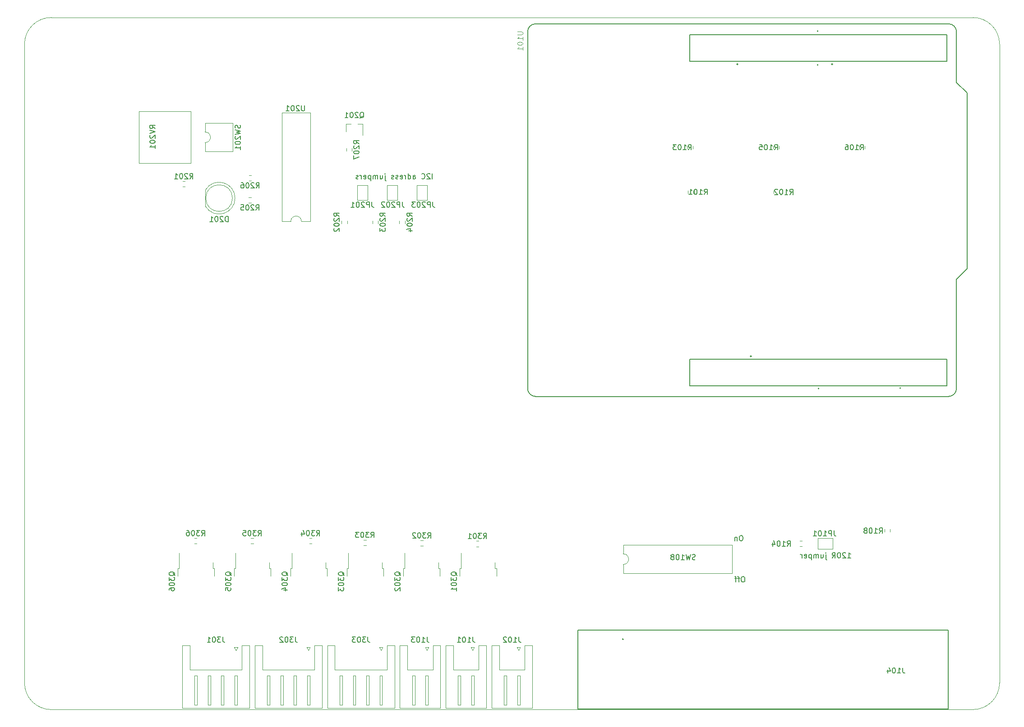
<source format=gbr>
%TF.GenerationSoftware,KiCad,Pcbnew,(5.1.9)-1*%
%TF.CreationDate,2021-02-16T18:15:11+01:00*%
%TF.ProjectId,testbench_io,74657374-6265-46e6-9368-5f696f2e6b69,rev?*%
%TF.SameCoordinates,Original*%
%TF.FileFunction,Legend,Bot*%
%TF.FilePolarity,Positive*%
%FSLAX46Y46*%
G04 Gerber Fmt 4.6, Leading zero omitted, Abs format (unit mm)*
G04 Created by KiCad (PCBNEW (5.1.9)-1) date 2021-02-16 18:15:11*
%MOMM*%
%LPD*%
G01*
G04 APERTURE LIST*
%ADD10C,0.150000*%
%TA.AperFunction,Profile*%
%ADD11C,0.050000*%
%TD*%
%ADD12C,0.120000*%
%ADD13C,0.200000*%
%ADD14C,0.127000*%
%ADD15C,0.015000*%
G04 APERTURE END LIST*
D10*
X174884838Y-121915180D02*
X175456266Y-121915180D01*
X175170552Y-121915180D02*
X175170552Y-120915180D01*
X175265790Y-121058038D01*
X175361028Y-121153276D01*
X175456266Y-121200895D01*
X174503885Y-121010419D02*
X174456266Y-120962800D01*
X174361028Y-120915180D01*
X174122933Y-120915180D01*
X174027695Y-120962800D01*
X173980076Y-121010419D01*
X173932457Y-121105657D01*
X173932457Y-121200895D01*
X173980076Y-121343752D01*
X174551504Y-121915180D01*
X173932457Y-121915180D01*
X173313409Y-120915180D02*
X173218171Y-120915180D01*
X173122933Y-120962800D01*
X173075314Y-121010419D01*
X173027695Y-121105657D01*
X172980076Y-121296133D01*
X172980076Y-121534228D01*
X173027695Y-121724704D01*
X173075314Y-121819942D01*
X173122933Y-121867561D01*
X173218171Y-121915180D01*
X173313409Y-121915180D01*
X173408647Y-121867561D01*
X173456266Y-121819942D01*
X173503885Y-121724704D01*
X173551504Y-121534228D01*
X173551504Y-121296133D01*
X173503885Y-121105657D01*
X173456266Y-121010419D01*
X173408647Y-120962800D01*
X173313409Y-120915180D01*
X171980076Y-121915180D02*
X172313409Y-121438990D01*
X172551504Y-121915180D02*
X172551504Y-120915180D01*
X172170552Y-120915180D01*
X172075314Y-120962800D01*
X172027695Y-121010419D01*
X171980076Y-121105657D01*
X171980076Y-121248514D01*
X172027695Y-121343752D01*
X172075314Y-121391371D01*
X172170552Y-121438990D01*
X172551504Y-121438990D01*
X170789600Y-121248514D02*
X170789600Y-122105657D01*
X170837219Y-122200895D01*
X170932457Y-122248514D01*
X170980076Y-122248514D01*
X170789600Y-120915180D02*
X170837219Y-120962800D01*
X170789600Y-121010419D01*
X170741980Y-120962800D01*
X170789600Y-120915180D01*
X170789600Y-121010419D01*
X169884838Y-121248514D02*
X169884838Y-121915180D01*
X170313409Y-121248514D02*
X170313409Y-121772323D01*
X170265790Y-121867561D01*
X170170552Y-121915180D01*
X170027695Y-121915180D01*
X169932457Y-121867561D01*
X169884838Y-121819942D01*
X169408647Y-121915180D02*
X169408647Y-121248514D01*
X169408647Y-121343752D02*
X169361028Y-121296133D01*
X169265790Y-121248514D01*
X169122933Y-121248514D01*
X169027695Y-121296133D01*
X168980076Y-121391371D01*
X168980076Y-121915180D01*
X168980076Y-121391371D02*
X168932457Y-121296133D01*
X168837219Y-121248514D01*
X168694361Y-121248514D01*
X168599123Y-121296133D01*
X168551504Y-121391371D01*
X168551504Y-121915180D01*
X168075314Y-121248514D02*
X168075314Y-122248514D01*
X168075314Y-121296133D02*
X167980076Y-121248514D01*
X167789600Y-121248514D01*
X167694361Y-121296133D01*
X167646742Y-121343752D01*
X167599123Y-121438990D01*
X167599123Y-121724704D01*
X167646742Y-121819942D01*
X167694361Y-121867561D01*
X167789600Y-121915180D01*
X167980076Y-121915180D01*
X168075314Y-121867561D01*
X166789600Y-121867561D02*
X166884838Y-121915180D01*
X167075314Y-121915180D01*
X167170552Y-121867561D01*
X167218171Y-121772323D01*
X167218171Y-121391371D01*
X167170552Y-121296133D01*
X167075314Y-121248514D01*
X166884838Y-121248514D01*
X166789600Y-121296133D01*
X166741980Y-121391371D01*
X166741980Y-121486609D01*
X167218171Y-121581847D01*
X166313409Y-121915180D02*
X166313409Y-121248514D01*
X166313409Y-121438990D02*
X166265790Y-121343752D01*
X166218171Y-121296133D01*
X166122933Y-121248514D01*
X166027695Y-121248514D01*
X155352666Y-125436380D02*
X155162190Y-125436380D01*
X155066952Y-125484000D01*
X154971714Y-125579238D01*
X154924095Y-125769714D01*
X154924095Y-126103047D01*
X154971714Y-126293523D01*
X155066952Y-126388761D01*
X155162190Y-126436380D01*
X155352666Y-126436380D01*
X155447904Y-126388761D01*
X155543142Y-126293523D01*
X155590761Y-126103047D01*
X155590761Y-125769714D01*
X155543142Y-125579238D01*
X155447904Y-125484000D01*
X155352666Y-125436380D01*
X154638380Y-125769714D02*
X154257428Y-125769714D01*
X154495523Y-126436380D02*
X154495523Y-125579238D01*
X154447904Y-125484000D01*
X154352666Y-125436380D01*
X154257428Y-125436380D01*
X154066952Y-125769714D02*
X153686000Y-125769714D01*
X153924095Y-126436380D02*
X153924095Y-125579238D01*
X153876476Y-125484000D01*
X153781238Y-125436380D01*
X153686000Y-125436380D01*
X154979619Y-117689380D02*
X154789142Y-117689380D01*
X154693904Y-117737000D01*
X154598666Y-117832238D01*
X154551047Y-118022714D01*
X154551047Y-118356047D01*
X154598666Y-118546523D01*
X154693904Y-118641761D01*
X154789142Y-118689380D01*
X154979619Y-118689380D01*
X155074857Y-118641761D01*
X155170095Y-118546523D01*
X155217714Y-118356047D01*
X155217714Y-118022714D01*
X155170095Y-117832238D01*
X155074857Y-117737000D01*
X154979619Y-117689380D01*
X154122476Y-118022714D02*
X154122476Y-118689380D01*
X154122476Y-118117952D02*
X154074857Y-118070333D01*
X153979619Y-118022714D01*
X153836761Y-118022714D01*
X153741523Y-118070333D01*
X153693904Y-118165571D01*
X153693904Y-118689380D01*
X96931857Y-50713380D02*
X96931857Y-49713380D01*
X96503285Y-49808619D02*
X96455666Y-49761000D01*
X96360428Y-49713380D01*
X96122333Y-49713380D01*
X96027095Y-49761000D01*
X95979476Y-49808619D01*
X95931857Y-49903857D01*
X95931857Y-49999095D01*
X95979476Y-50141952D01*
X96550904Y-50713380D01*
X95931857Y-50713380D01*
X94931857Y-50618142D02*
X94979476Y-50665761D01*
X95122333Y-50713380D01*
X95217571Y-50713380D01*
X95360428Y-50665761D01*
X95455666Y-50570523D01*
X95503285Y-50475285D01*
X95550904Y-50284809D01*
X95550904Y-50141952D01*
X95503285Y-49951476D01*
X95455666Y-49856238D01*
X95360428Y-49761000D01*
X95217571Y-49713380D01*
X95122333Y-49713380D01*
X94979476Y-49761000D01*
X94931857Y-49808619D01*
X93312809Y-50713380D02*
X93312809Y-50189571D01*
X93360428Y-50094333D01*
X93455666Y-50046714D01*
X93646142Y-50046714D01*
X93741380Y-50094333D01*
X93312809Y-50665761D02*
X93408047Y-50713380D01*
X93646142Y-50713380D01*
X93741380Y-50665761D01*
X93789000Y-50570523D01*
X93789000Y-50475285D01*
X93741380Y-50380047D01*
X93646142Y-50332428D01*
X93408047Y-50332428D01*
X93312809Y-50284809D01*
X92408047Y-50713380D02*
X92408047Y-49713380D01*
X92408047Y-50665761D02*
X92503285Y-50713380D01*
X92693761Y-50713380D01*
X92789000Y-50665761D01*
X92836619Y-50618142D01*
X92884238Y-50522904D01*
X92884238Y-50237190D01*
X92836619Y-50141952D01*
X92789000Y-50094333D01*
X92693761Y-50046714D01*
X92503285Y-50046714D01*
X92408047Y-50094333D01*
X91931857Y-50713380D02*
X91931857Y-50046714D01*
X91931857Y-50237190D02*
X91884238Y-50141952D01*
X91836619Y-50094333D01*
X91741380Y-50046714D01*
X91646142Y-50046714D01*
X90931857Y-50665761D02*
X91027095Y-50713380D01*
X91217571Y-50713380D01*
X91312809Y-50665761D01*
X91360428Y-50570523D01*
X91360428Y-50189571D01*
X91312809Y-50094333D01*
X91217571Y-50046714D01*
X91027095Y-50046714D01*
X90931857Y-50094333D01*
X90884238Y-50189571D01*
X90884238Y-50284809D01*
X91360428Y-50380047D01*
X90503285Y-50665761D02*
X90408047Y-50713380D01*
X90217571Y-50713380D01*
X90122333Y-50665761D01*
X90074714Y-50570523D01*
X90074714Y-50522904D01*
X90122333Y-50427666D01*
X90217571Y-50380047D01*
X90360428Y-50380047D01*
X90455666Y-50332428D01*
X90503285Y-50237190D01*
X90503285Y-50189571D01*
X90455666Y-50094333D01*
X90360428Y-50046714D01*
X90217571Y-50046714D01*
X90122333Y-50094333D01*
X89693761Y-50665761D02*
X89598523Y-50713380D01*
X89408047Y-50713380D01*
X89312809Y-50665761D01*
X89265190Y-50570523D01*
X89265190Y-50522904D01*
X89312809Y-50427666D01*
X89408047Y-50380047D01*
X89550904Y-50380047D01*
X89646142Y-50332428D01*
X89693761Y-50237190D01*
X89693761Y-50189571D01*
X89646142Y-50094333D01*
X89550904Y-50046714D01*
X89408047Y-50046714D01*
X89312809Y-50094333D01*
X88074714Y-50046714D02*
X88074714Y-50903857D01*
X88122333Y-50999095D01*
X88217571Y-51046714D01*
X88265190Y-51046714D01*
X88074714Y-49713380D02*
X88122333Y-49761000D01*
X88074714Y-49808619D01*
X88027095Y-49761000D01*
X88074714Y-49713380D01*
X88074714Y-49808619D01*
X87169952Y-50046714D02*
X87169952Y-50713380D01*
X87598523Y-50046714D02*
X87598523Y-50570523D01*
X87550904Y-50665761D01*
X87455666Y-50713380D01*
X87312809Y-50713380D01*
X87217571Y-50665761D01*
X87169952Y-50618142D01*
X86693761Y-50713380D02*
X86693761Y-50046714D01*
X86693761Y-50141952D02*
X86646142Y-50094333D01*
X86550904Y-50046714D01*
X86408047Y-50046714D01*
X86312809Y-50094333D01*
X86265190Y-50189571D01*
X86265190Y-50713380D01*
X86265190Y-50189571D02*
X86217571Y-50094333D01*
X86122333Y-50046714D01*
X85979476Y-50046714D01*
X85884238Y-50094333D01*
X85836619Y-50189571D01*
X85836619Y-50713380D01*
X85360428Y-50046714D02*
X85360428Y-51046714D01*
X85360428Y-50094333D02*
X85265190Y-50046714D01*
X85074714Y-50046714D01*
X84979476Y-50094333D01*
X84931857Y-50141952D01*
X84884238Y-50237190D01*
X84884238Y-50522904D01*
X84931857Y-50618142D01*
X84979476Y-50665761D01*
X85074714Y-50713380D01*
X85265190Y-50713380D01*
X85360428Y-50665761D01*
X84074714Y-50665761D02*
X84169952Y-50713380D01*
X84360428Y-50713380D01*
X84455666Y-50665761D01*
X84503285Y-50570523D01*
X84503285Y-50189571D01*
X84455666Y-50094333D01*
X84360428Y-50046714D01*
X84169952Y-50046714D01*
X84074714Y-50094333D01*
X84027095Y-50189571D01*
X84027095Y-50284809D01*
X84503285Y-50380047D01*
X83598523Y-50713380D02*
X83598523Y-50046714D01*
X83598523Y-50237190D02*
X83550904Y-50141952D01*
X83503285Y-50094333D01*
X83408047Y-50046714D01*
X83312809Y-50046714D01*
X83027095Y-50665761D02*
X82931857Y-50713380D01*
X82741380Y-50713380D01*
X82646142Y-50665761D01*
X82598523Y-50570523D01*
X82598523Y-50522904D01*
X82646142Y-50427666D01*
X82741380Y-50380047D01*
X82884238Y-50380047D01*
X82979476Y-50332428D01*
X83027095Y-50237190D01*
X83027095Y-50189571D01*
X82979476Y-50094333D01*
X82884238Y-50046714D01*
X82741380Y-50046714D01*
X82646142Y-50094333D01*
D11*
X203400000Y-145400000D02*
G75*
G02*
X198400000Y-150400000I-5000000J0D01*
G01*
X20400000Y-25400000D02*
G75*
G02*
X25400000Y-20400000I5000000J0D01*
G01*
X198400000Y-20400000D02*
G75*
G02*
X203400000Y-25400000I0J-5000000D01*
G01*
X25400000Y-150400000D02*
G75*
G02*
X20400000Y-145400000I0J5000000D01*
G01*
X203400000Y-25400000D02*
X203400000Y-145400000D01*
X198400000Y-150400000D02*
X25400000Y-150400000D01*
X20400000Y-25400000D02*
X20400000Y-145400000D01*
X198400000Y-20400000D02*
X25400000Y-20400000D01*
D12*
%TO.C,J301*%
X56326800Y-150112600D02*
X62636800Y-150112600D01*
X62636800Y-150112600D02*
X62636800Y-138392600D01*
X62636800Y-138392600D02*
X61216800Y-138392600D01*
X61216800Y-138392600D02*
X61216800Y-142892600D01*
X61216800Y-142892600D02*
X56326800Y-142892600D01*
X56326800Y-150112600D02*
X50016800Y-150112600D01*
X50016800Y-150112600D02*
X50016800Y-138392600D01*
X50016800Y-138392600D02*
X51436800Y-138392600D01*
X51436800Y-138392600D02*
X51436800Y-142892600D01*
X51436800Y-142892600D02*
X56326800Y-142892600D01*
X60326800Y-144002600D02*
X60326800Y-149502600D01*
X60326800Y-149502600D02*
X59826800Y-149502600D01*
X59826800Y-149502600D02*
X59826800Y-144002600D01*
X59826800Y-144002600D02*
X60326800Y-144002600D01*
X57826800Y-144002600D02*
X57826800Y-149502600D01*
X57826800Y-149502600D02*
X57326800Y-149502600D01*
X57326800Y-149502600D02*
X57326800Y-144002600D01*
X57326800Y-144002600D02*
X57826800Y-144002600D01*
X55326800Y-144002600D02*
X55326800Y-149502600D01*
X55326800Y-149502600D02*
X54826800Y-149502600D01*
X54826800Y-149502600D02*
X54826800Y-144002600D01*
X54826800Y-144002600D02*
X55326800Y-144002600D01*
X52826800Y-144002600D02*
X52826800Y-149502600D01*
X52826800Y-149502600D02*
X52326800Y-149502600D01*
X52326800Y-149502600D02*
X52326800Y-144002600D01*
X52326800Y-144002600D02*
X52826800Y-144002600D01*
X60076800Y-139302600D02*
X60376800Y-138702600D01*
X60376800Y-138702600D02*
X59776800Y-138702600D01*
X59776800Y-138702600D02*
X60076800Y-139302600D01*
D13*
%TO.C,J104*%
X132808000Y-137182000D02*
G75*
G03*
X132808000Y-137182000I-100000J0D01*
G01*
X193768000Y-150302000D02*
X193768000Y-135472000D01*
X124248000Y-150302000D02*
X193768000Y-150302000D01*
X124248000Y-135472000D02*
X124248000Y-150302000D01*
X193768000Y-135472000D02*
X124248000Y-135472000D01*
D12*
%TO.C,J303*%
X83549814Y-150112600D02*
X89859814Y-150112600D01*
X89859814Y-150112600D02*
X89859814Y-138392600D01*
X89859814Y-138392600D02*
X88439814Y-138392600D01*
X88439814Y-138392600D02*
X88439814Y-142892600D01*
X88439814Y-142892600D02*
X83549814Y-142892600D01*
X83549814Y-150112600D02*
X77239814Y-150112600D01*
X77239814Y-150112600D02*
X77239814Y-138392600D01*
X77239814Y-138392600D02*
X78659814Y-138392600D01*
X78659814Y-138392600D02*
X78659814Y-142892600D01*
X78659814Y-142892600D02*
X83549814Y-142892600D01*
X87549814Y-144002600D02*
X87549814Y-149502600D01*
X87549814Y-149502600D02*
X87049814Y-149502600D01*
X87049814Y-149502600D02*
X87049814Y-144002600D01*
X87049814Y-144002600D02*
X87549814Y-144002600D01*
X85049814Y-144002600D02*
X85049814Y-149502600D01*
X85049814Y-149502600D02*
X84549814Y-149502600D01*
X84549814Y-149502600D02*
X84549814Y-144002600D01*
X84549814Y-144002600D02*
X85049814Y-144002600D01*
X82549814Y-144002600D02*
X82549814Y-149502600D01*
X82549814Y-149502600D02*
X82049814Y-149502600D01*
X82049814Y-149502600D02*
X82049814Y-144002600D01*
X82049814Y-144002600D02*
X82549814Y-144002600D01*
X80049814Y-144002600D02*
X80049814Y-149502600D01*
X80049814Y-149502600D02*
X79549814Y-149502600D01*
X79549814Y-149502600D02*
X79549814Y-144002600D01*
X79549814Y-144002600D02*
X80049814Y-144002600D01*
X87299814Y-139302600D02*
X87599814Y-138702600D01*
X87599814Y-138702600D02*
X86999814Y-138702600D01*
X86999814Y-138702600D02*
X87299814Y-139302600D01*
%TO.C,J302*%
X69938307Y-150112600D02*
X76248307Y-150112600D01*
X76248307Y-150112600D02*
X76248307Y-138392600D01*
X76248307Y-138392600D02*
X74828307Y-138392600D01*
X74828307Y-138392600D02*
X74828307Y-142892600D01*
X74828307Y-142892600D02*
X69938307Y-142892600D01*
X69938307Y-150112600D02*
X63628307Y-150112600D01*
X63628307Y-150112600D02*
X63628307Y-138392600D01*
X63628307Y-138392600D02*
X65048307Y-138392600D01*
X65048307Y-138392600D02*
X65048307Y-142892600D01*
X65048307Y-142892600D02*
X69938307Y-142892600D01*
X73938307Y-144002600D02*
X73938307Y-149502600D01*
X73938307Y-149502600D02*
X73438307Y-149502600D01*
X73438307Y-149502600D02*
X73438307Y-144002600D01*
X73438307Y-144002600D02*
X73938307Y-144002600D01*
X71438307Y-144002600D02*
X71438307Y-149502600D01*
X71438307Y-149502600D02*
X70938307Y-149502600D01*
X70938307Y-149502600D02*
X70938307Y-144002600D01*
X70938307Y-144002600D02*
X71438307Y-144002600D01*
X68938307Y-144002600D02*
X68938307Y-149502600D01*
X68938307Y-149502600D02*
X68438307Y-149502600D01*
X68438307Y-149502600D02*
X68438307Y-144002600D01*
X68438307Y-144002600D02*
X68938307Y-144002600D01*
X66438307Y-144002600D02*
X66438307Y-149502600D01*
X66438307Y-149502600D02*
X65938307Y-149502600D01*
X65938307Y-149502600D02*
X65938307Y-144002600D01*
X65938307Y-144002600D02*
X66438307Y-144002600D01*
X73688307Y-139302600D02*
X73988307Y-138702600D01*
X73988307Y-138702600D02*
X73388307Y-138702600D01*
X73388307Y-138702600D02*
X73688307Y-139302600D01*
%TO.C,J103*%
X94661321Y-150112600D02*
X98471321Y-150112600D01*
X98471321Y-150112600D02*
X98471321Y-138392600D01*
X98471321Y-138392600D02*
X97051321Y-138392600D01*
X97051321Y-138392600D02*
X97051321Y-142892600D01*
X97051321Y-142892600D02*
X94661321Y-142892600D01*
X94661321Y-150112600D02*
X90851321Y-150112600D01*
X90851321Y-150112600D02*
X90851321Y-138392600D01*
X90851321Y-138392600D02*
X92271321Y-138392600D01*
X92271321Y-138392600D02*
X92271321Y-142892600D01*
X92271321Y-142892600D02*
X94661321Y-142892600D01*
X96161321Y-144002600D02*
X96161321Y-149502600D01*
X96161321Y-149502600D02*
X95661321Y-149502600D01*
X95661321Y-149502600D02*
X95661321Y-144002600D01*
X95661321Y-144002600D02*
X96161321Y-144002600D01*
X93661321Y-144002600D02*
X93661321Y-149502600D01*
X93661321Y-149502600D02*
X93161321Y-149502600D01*
X93161321Y-149502600D02*
X93161321Y-144002600D01*
X93161321Y-144002600D02*
X93661321Y-144002600D01*
X95911321Y-139302600D02*
X96211321Y-138702600D01*
X96211321Y-138702600D02*
X95611321Y-138702600D01*
X95611321Y-138702600D02*
X95911321Y-139302600D01*
%TO.C,J102*%
X111884336Y-150112600D02*
X115694336Y-150112600D01*
X115694336Y-150112600D02*
X115694336Y-138392600D01*
X115694336Y-138392600D02*
X114274336Y-138392600D01*
X114274336Y-138392600D02*
X114274336Y-142892600D01*
X114274336Y-142892600D02*
X111884336Y-142892600D01*
X111884336Y-150112600D02*
X108074336Y-150112600D01*
X108074336Y-150112600D02*
X108074336Y-138392600D01*
X108074336Y-138392600D02*
X109494336Y-138392600D01*
X109494336Y-138392600D02*
X109494336Y-142892600D01*
X109494336Y-142892600D02*
X111884336Y-142892600D01*
X113384336Y-144002600D02*
X113384336Y-149502600D01*
X113384336Y-149502600D02*
X112884336Y-149502600D01*
X112884336Y-149502600D02*
X112884336Y-144002600D01*
X112884336Y-144002600D02*
X113384336Y-144002600D01*
X110884336Y-144002600D02*
X110884336Y-149502600D01*
X110884336Y-149502600D02*
X110384336Y-149502600D01*
X110384336Y-149502600D02*
X110384336Y-144002600D01*
X110384336Y-144002600D02*
X110884336Y-144002600D01*
X113134336Y-139302600D02*
X113434336Y-138702600D01*
X113434336Y-138702600D02*
X112834336Y-138702600D01*
X112834336Y-138702600D02*
X113134336Y-139302600D01*
%TO.C,J101*%
X103272828Y-150112600D02*
X107082828Y-150112600D01*
X107082828Y-150112600D02*
X107082828Y-138392600D01*
X107082828Y-138392600D02*
X105662828Y-138392600D01*
X105662828Y-138392600D02*
X105662828Y-142892600D01*
X105662828Y-142892600D02*
X103272828Y-142892600D01*
X103272828Y-150112600D02*
X99462828Y-150112600D01*
X99462828Y-150112600D02*
X99462828Y-138392600D01*
X99462828Y-138392600D02*
X100882828Y-138392600D01*
X100882828Y-138392600D02*
X100882828Y-142892600D01*
X100882828Y-142892600D02*
X103272828Y-142892600D01*
X104772828Y-144002600D02*
X104772828Y-149502600D01*
X104772828Y-149502600D02*
X104272828Y-149502600D01*
X104272828Y-149502600D02*
X104272828Y-144002600D01*
X104272828Y-144002600D02*
X104772828Y-144002600D01*
X102272828Y-144002600D02*
X102272828Y-149502600D01*
X102272828Y-149502600D02*
X101772828Y-149502600D01*
X101772828Y-149502600D02*
X101772828Y-144002600D01*
X101772828Y-144002600D02*
X102272828Y-144002600D01*
X104522828Y-139302600D02*
X104822828Y-138702600D01*
X104822828Y-138702600D02*
X104222828Y-138702600D01*
X104222828Y-138702600D02*
X104522828Y-139302600D01*
D14*
%TO.C,U101*%
X193818000Y-21578000D02*
X116318000Y-21578000D01*
X114818000Y-23078000D02*
X114818000Y-90078000D01*
X116318000Y-91578000D02*
X193818000Y-91578000D01*
X195318000Y-90078000D02*
X195318000Y-69578000D01*
X195318000Y-69578000D02*
X197318000Y-67578000D01*
X197318000Y-67578000D02*
X197318000Y-34578000D01*
X197318000Y-34578000D02*
X195318000Y-32578000D01*
X195318000Y-32578000D02*
X195318000Y-23078000D01*
D13*
X154278000Y-29174000D02*
G75*
G03*
X154278000Y-29174000I-100000J0D01*
G01*
X172058000Y-29174000D02*
G75*
G03*
X172058000Y-29174000I-100000J0D01*
G01*
X169522000Y-90078000D02*
G75*
G03*
X169522000Y-90078000I-100000J0D01*
G01*
D14*
X145288000Y-84558000D02*
X193548000Y-84558000D01*
X193548000Y-84558000D02*
X193548000Y-89558000D01*
X193548000Y-89558000D02*
X145288000Y-89558000D01*
X145288000Y-89558000D02*
X145288000Y-84558000D01*
X145288000Y-23598000D02*
X193548000Y-23598000D01*
X193548000Y-23598000D02*
X193548000Y-28598000D01*
X193548000Y-28598000D02*
X145288000Y-28598000D01*
X145288000Y-28598000D02*
X145288000Y-23598000D01*
D13*
X156818000Y-84038000D02*
G75*
G03*
X156818000Y-84038000I-100000J0D01*
G01*
X184870000Y-90006000D02*
G75*
G03*
X184870000Y-90006000I-100000J0D01*
G01*
X169376000Y-29300000D02*
G75*
G03*
X169376000Y-29300000I-100000J0D01*
G01*
X169376000Y-22950000D02*
G75*
G03*
X169376000Y-22950000I-100000J0D01*
G01*
D14*
X195318000Y-23078000D02*
G75*
G03*
X193818000Y-21578000I-1500000J0D01*
G01*
X193818000Y-91578000D02*
G75*
G03*
X195318000Y-90078000I0J1500000D01*
G01*
X114818000Y-90078000D02*
G75*
G03*
X116318000Y-91578000I1500000J0D01*
G01*
X116318000Y-21578000D02*
G75*
G03*
X114818000Y-23078000I0J-1500000D01*
G01*
D12*
%TO.C,R306*%
X52753258Y-118191500D02*
X52278742Y-118191500D01*
X52753258Y-119236500D02*
X52278742Y-119236500D01*
%TO.C,Q306*%
X49129800Y-125338600D02*
X49129800Y-123838600D01*
X49129800Y-123838600D02*
X49399800Y-123838600D01*
X49399800Y-123838600D02*
X49399800Y-121008600D01*
X56029800Y-125338600D02*
X56029800Y-123838600D01*
X56029800Y-123838600D02*
X55759800Y-123838600D01*
X55759800Y-123838600D02*
X55759800Y-122738600D01*
%TO.C,Q305*%
X59719000Y-125338600D02*
X59719000Y-123838600D01*
X59719000Y-123838600D02*
X59989000Y-123838600D01*
X59989000Y-123838600D02*
X59989000Y-121008600D01*
X66619000Y-125338600D02*
X66619000Y-123838600D01*
X66619000Y-123838600D02*
X66349000Y-123838600D01*
X66349000Y-123838600D02*
X66349000Y-122738600D01*
%TO.C,R305*%
X63366258Y-118191500D02*
X62891742Y-118191500D01*
X63366258Y-119236500D02*
X62891742Y-119236500D01*
%TO.C,Q304*%
X70308200Y-125338600D02*
X70308200Y-123838600D01*
X70308200Y-123838600D02*
X70578200Y-123838600D01*
X70578200Y-123838600D02*
X70578200Y-121008600D01*
X77208200Y-125338600D02*
X77208200Y-123838600D01*
X77208200Y-123838600D02*
X76938200Y-123838600D01*
X76938200Y-123838600D02*
X76938200Y-122738600D01*
%TO.C,Q303*%
X80897400Y-125338600D02*
X80897400Y-123838600D01*
X80897400Y-123838600D02*
X81167400Y-123838600D01*
X81167400Y-123838600D02*
X81167400Y-121008600D01*
X87797400Y-125338600D02*
X87797400Y-123838600D01*
X87797400Y-123838600D02*
X87527400Y-123838600D01*
X87527400Y-123838600D02*
X87527400Y-122738600D01*
%TO.C,Q302*%
X91486600Y-125338600D02*
X91486600Y-123838600D01*
X91486600Y-123838600D02*
X91756600Y-123838600D01*
X91756600Y-123838600D02*
X91756600Y-121008600D01*
X98386600Y-125338600D02*
X98386600Y-123838600D01*
X98386600Y-123838600D02*
X98116600Y-123838600D01*
X98116600Y-123838600D02*
X98116600Y-122738600D01*
%TO.C,Q301*%
X102075800Y-125338600D02*
X102075800Y-123838600D01*
X102075800Y-123838600D02*
X102345800Y-123838600D01*
X102345800Y-123838600D02*
X102345800Y-121008600D01*
X108975800Y-125338600D02*
X108975800Y-123838600D01*
X108975800Y-123838600D02*
X108705800Y-123838600D01*
X108705800Y-123838600D02*
X108705800Y-122738600D01*
%TO.C,Q201*%
X80716000Y-40357000D02*
X81646000Y-40357000D01*
X83876000Y-40357000D02*
X82946000Y-40357000D01*
X83876000Y-40357000D02*
X83876000Y-42517000D01*
X80716000Y-40357000D02*
X80716000Y-41817000D01*
%TO.C,D201*%
X54361400Y-55870000D02*
X54361400Y-52780000D01*
X59421400Y-54325000D02*
G75*
G03*
X59421400Y-54325000I-2500000J0D01*
G01*
X59911400Y-54325462D02*
G75*
G03*
X54361400Y-52780170I-2990000J462D01*
G01*
X59911400Y-54324538D02*
G75*
G02*
X54361400Y-55869830I-2990000J-462D01*
G01*
%TO.C,JP101*%
X172088000Y-118222000D02*
X169288000Y-118222000D01*
X169288000Y-118222000D02*
X169288000Y-120222000D01*
X169288000Y-120222000D02*
X172088000Y-120222000D01*
X172088000Y-120222000D02*
X172088000Y-118222000D01*
%TO.C,JP201*%
X84820000Y-54709000D02*
X84820000Y-51909000D01*
X84820000Y-51909000D02*
X82820000Y-51909000D01*
X82820000Y-51909000D02*
X82820000Y-54709000D01*
X82820000Y-54709000D02*
X84820000Y-54709000D01*
%TO.C,JP202*%
X90408000Y-54709000D02*
X90408000Y-51909000D01*
X90408000Y-51909000D02*
X88408000Y-51909000D01*
X88408000Y-51909000D02*
X88408000Y-54709000D01*
X88408000Y-54709000D02*
X90408000Y-54709000D01*
%TO.C,JP203*%
X95996000Y-54709000D02*
X95996000Y-51909000D01*
X95996000Y-51909000D02*
X93996000Y-51909000D01*
X93996000Y-51909000D02*
X93996000Y-54709000D01*
X93996000Y-54709000D02*
X95996000Y-54709000D01*
%TO.C,R101*%
X144892500Y-53419258D02*
X144892500Y-52944742D01*
X145937500Y-53419258D02*
X145937500Y-52944742D01*
%TO.C,R102*%
X160970700Y-53431458D02*
X160970700Y-52956942D01*
X162015700Y-53431458D02*
X162015700Y-52956942D01*
%TO.C,R103*%
X145810500Y-44562742D02*
X145810500Y-45037258D01*
X144765500Y-44562742D02*
X144765500Y-45037258D01*
%TO.C,R104*%
X165878742Y-118699500D02*
X166353258Y-118699500D01*
X165878742Y-119744500D02*
X166353258Y-119744500D01*
%TO.C,R105*%
X161990300Y-44562742D02*
X161990300Y-45037258D01*
X160945300Y-44562742D02*
X160945300Y-45037258D01*
%TO.C,R106*%
X178119300Y-44562742D02*
X178119300Y-45037258D01*
X177074300Y-44562742D02*
X177074300Y-45037258D01*
%TO.C,R108*%
X182843700Y-116546342D02*
X182843700Y-117020858D01*
X181798700Y-116546342D02*
X181798700Y-117020858D01*
%TO.C,R201*%
X50529258Y-52180500D02*
X50054742Y-52180500D01*
X50529258Y-51135500D02*
X50054742Y-51135500D01*
%TO.C,R202*%
X80964300Y-58592942D02*
X80964300Y-59067458D01*
X79919300Y-58592942D02*
X79919300Y-59067458D01*
%TO.C,R203*%
X85710500Y-59067458D02*
X85710500Y-58592942D01*
X86755500Y-59067458D02*
X86755500Y-58592942D01*
%TO.C,R204*%
X90765100Y-59067458D02*
X90765100Y-58592942D01*
X91810100Y-59067458D02*
X91810100Y-58592942D01*
%TO.C,R205*%
X62475342Y-54183500D02*
X62949858Y-54183500D01*
X62475342Y-55228500D02*
X62949858Y-55228500D01*
%TO.C,R206*%
X62500742Y-50017900D02*
X62975258Y-50017900D01*
X62500742Y-51062900D02*
X62975258Y-51062900D01*
%TO.C,R207*%
X80782900Y-45455858D02*
X80782900Y-44981342D01*
X81827900Y-45455858D02*
X81827900Y-44981342D01*
%TO.C,R301*%
X105649258Y-119769900D02*
X105174742Y-119769900D01*
X105649258Y-118724900D02*
X105174742Y-118724900D01*
%TO.C,R302*%
X95209858Y-119668300D02*
X94735342Y-119668300D01*
X95209858Y-118623300D02*
X94735342Y-118623300D01*
%TO.C,R303*%
X84520458Y-119566700D02*
X84045942Y-119566700D01*
X84520458Y-118521700D02*
X84045942Y-118521700D01*
%TO.C,R304*%
X74331058Y-119236500D02*
X73856542Y-119236500D01*
X74331058Y-118191500D02*
X73856542Y-118191500D01*
%TO.C,RV201*%
X51606000Y-47780000D02*
X51606000Y-38010000D01*
X41836000Y-47780000D02*
X41836000Y-38010000D01*
X41836000Y-38010000D02*
X51606000Y-38010000D01*
X41836000Y-47780000D02*
X51606000Y-47780000D01*
%TO.C,SW201*%
X54296000Y-45545000D02*
X54296000Y-43895000D01*
X59496000Y-45545000D02*
X54296000Y-45545000D01*
X59496000Y-40245000D02*
X59496000Y-45545000D01*
X54296000Y-40245000D02*
X59496000Y-40245000D01*
X54296000Y-41895000D02*
X54296000Y-40245000D01*
X54296000Y-43895000D02*
G75*
G03*
X54296000Y-41895000I0J1000000D01*
G01*
%TO.C,SW108*%
X132782000Y-124793000D02*
X132782000Y-123143000D01*
X153222000Y-124793000D02*
X132782000Y-124793000D01*
X153222000Y-119493000D02*
X153222000Y-124793000D01*
X132782000Y-119493000D02*
X153222000Y-119493000D01*
X132782000Y-121143000D02*
X132782000Y-119493000D01*
X132782000Y-123143000D02*
G75*
G03*
X132782000Y-121143000I0J1000000D01*
G01*
%TO.C,U201*%
X74024000Y-58703000D02*
X72374000Y-58703000D01*
X74024000Y-38263000D02*
X74024000Y-58703000D01*
X68724000Y-38263000D02*
X74024000Y-38263000D01*
X68724000Y-58703000D02*
X68724000Y-38263000D01*
X70374000Y-58703000D02*
X68724000Y-58703000D01*
X72374000Y-58703000D02*
G75*
G03*
X70374000Y-58703000I-1000000J0D01*
G01*
%TD*%
%TO.C,J301*%
D10*
X57612514Y-136754980D02*
X57612514Y-137469266D01*
X57660133Y-137612123D01*
X57755371Y-137707361D01*
X57898228Y-137754980D01*
X57993466Y-137754980D01*
X57231561Y-136754980D02*
X56612514Y-136754980D01*
X56945847Y-137135933D01*
X56802990Y-137135933D01*
X56707752Y-137183552D01*
X56660133Y-137231171D01*
X56612514Y-137326409D01*
X56612514Y-137564504D01*
X56660133Y-137659742D01*
X56707752Y-137707361D01*
X56802990Y-137754980D01*
X57088704Y-137754980D01*
X57183942Y-137707361D01*
X57231561Y-137659742D01*
X55993466Y-136754980D02*
X55898228Y-136754980D01*
X55802990Y-136802600D01*
X55755371Y-136850219D01*
X55707752Y-136945457D01*
X55660133Y-137135933D01*
X55660133Y-137374028D01*
X55707752Y-137564504D01*
X55755371Y-137659742D01*
X55802990Y-137707361D01*
X55898228Y-137754980D01*
X55993466Y-137754980D01*
X56088704Y-137707361D01*
X56136323Y-137659742D01*
X56183942Y-137564504D01*
X56231561Y-137374028D01*
X56231561Y-137135933D01*
X56183942Y-136945457D01*
X56136323Y-136850219D01*
X56088704Y-136802600D01*
X55993466Y-136754980D01*
X54707752Y-137754980D02*
X55279180Y-137754980D01*
X54993466Y-137754980D02*
X54993466Y-136754980D01*
X55088704Y-136897838D01*
X55183942Y-136993076D01*
X55279180Y-137040695D01*
%TO.C,J104*%
X185223714Y-142549380D02*
X185223714Y-143263666D01*
X185271333Y-143406523D01*
X185366571Y-143501761D01*
X185509428Y-143549380D01*
X185604666Y-143549380D01*
X184223714Y-143549380D02*
X184795142Y-143549380D01*
X184509428Y-143549380D02*
X184509428Y-142549380D01*
X184604666Y-142692238D01*
X184699904Y-142787476D01*
X184795142Y-142835095D01*
X183604666Y-142549380D02*
X183509428Y-142549380D01*
X183414190Y-142597000D01*
X183366571Y-142644619D01*
X183318952Y-142739857D01*
X183271333Y-142930333D01*
X183271333Y-143168428D01*
X183318952Y-143358904D01*
X183366571Y-143454142D01*
X183414190Y-143501761D01*
X183509428Y-143549380D01*
X183604666Y-143549380D01*
X183699904Y-143501761D01*
X183747523Y-143454142D01*
X183795142Y-143358904D01*
X183842761Y-143168428D01*
X183842761Y-142930333D01*
X183795142Y-142739857D01*
X183747523Y-142644619D01*
X183699904Y-142597000D01*
X183604666Y-142549380D01*
X182414190Y-142882714D02*
X182414190Y-143549380D01*
X182652285Y-142501761D02*
X182890380Y-143216047D01*
X182271333Y-143216047D01*
%TO.C,J303*%
X84835528Y-136754980D02*
X84835528Y-137469266D01*
X84883147Y-137612123D01*
X84978385Y-137707361D01*
X85121242Y-137754980D01*
X85216480Y-137754980D01*
X84454575Y-136754980D02*
X83835528Y-136754980D01*
X84168861Y-137135933D01*
X84026004Y-137135933D01*
X83930766Y-137183552D01*
X83883147Y-137231171D01*
X83835528Y-137326409D01*
X83835528Y-137564504D01*
X83883147Y-137659742D01*
X83930766Y-137707361D01*
X84026004Y-137754980D01*
X84311718Y-137754980D01*
X84406956Y-137707361D01*
X84454575Y-137659742D01*
X83216480Y-136754980D02*
X83121242Y-136754980D01*
X83026004Y-136802600D01*
X82978385Y-136850219D01*
X82930766Y-136945457D01*
X82883147Y-137135933D01*
X82883147Y-137374028D01*
X82930766Y-137564504D01*
X82978385Y-137659742D01*
X83026004Y-137707361D01*
X83121242Y-137754980D01*
X83216480Y-137754980D01*
X83311718Y-137707361D01*
X83359337Y-137659742D01*
X83406956Y-137564504D01*
X83454575Y-137374028D01*
X83454575Y-137135933D01*
X83406956Y-136945457D01*
X83359337Y-136850219D01*
X83311718Y-136802600D01*
X83216480Y-136754980D01*
X82549814Y-136754980D02*
X81930766Y-136754980D01*
X82264099Y-137135933D01*
X82121242Y-137135933D01*
X82026004Y-137183552D01*
X81978385Y-137231171D01*
X81930766Y-137326409D01*
X81930766Y-137564504D01*
X81978385Y-137659742D01*
X82026004Y-137707361D01*
X82121242Y-137754980D01*
X82406956Y-137754980D01*
X82502194Y-137707361D01*
X82549814Y-137659742D01*
%TO.C,J302*%
X71224021Y-136754980D02*
X71224021Y-137469266D01*
X71271640Y-137612123D01*
X71366878Y-137707361D01*
X71509735Y-137754980D01*
X71604973Y-137754980D01*
X70843068Y-136754980D02*
X70224021Y-136754980D01*
X70557354Y-137135933D01*
X70414497Y-137135933D01*
X70319259Y-137183552D01*
X70271640Y-137231171D01*
X70224021Y-137326409D01*
X70224021Y-137564504D01*
X70271640Y-137659742D01*
X70319259Y-137707361D01*
X70414497Y-137754980D01*
X70700211Y-137754980D01*
X70795449Y-137707361D01*
X70843068Y-137659742D01*
X69604973Y-136754980D02*
X69509735Y-136754980D01*
X69414497Y-136802600D01*
X69366878Y-136850219D01*
X69319259Y-136945457D01*
X69271640Y-137135933D01*
X69271640Y-137374028D01*
X69319259Y-137564504D01*
X69366878Y-137659742D01*
X69414497Y-137707361D01*
X69509735Y-137754980D01*
X69604973Y-137754980D01*
X69700211Y-137707361D01*
X69747830Y-137659742D01*
X69795449Y-137564504D01*
X69843068Y-137374028D01*
X69843068Y-137135933D01*
X69795449Y-136945457D01*
X69747830Y-136850219D01*
X69700211Y-136802600D01*
X69604973Y-136754980D01*
X68890687Y-136850219D02*
X68843068Y-136802600D01*
X68747830Y-136754980D01*
X68509735Y-136754980D01*
X68414497Y-136802600D01*
X68366878Y-136850219D01*
X68319259Y-136945457D01*
X68319259Y-137040695D01*
X68366878Y-137183552D01*
X68938307Y-137754980D01*
X68319259Y-137754980D01*
%TO.C,J103*%
X95947035Y-136754980D02*
X95947035Y-137469266D01*
X95994654Y-137612123D01*
X96089892Y-137707361D01*
X96232749Y-137754980D01*
X96327987Y-137754980D01*
X94947035Y-137754980D02*
X95518463Y-137754980D01*
X95232749Y-137754980D02*
X95232749Y-136754980D01*
X95327987Y-136897838D01*
X95423225Y-136993076D01*
X95518463Y-137040695D01*
X94327987Y-136754980D02*
X94232749Y-136754980D01*
X94137511Y-136802600D01*
X94089892Y-136850219D01*
X94042273Y-136945457D01*
X93994654Y-137135933D01*
X93994654Y-137374028D01*
X94042273Y-137564504D01*
X94089892Y-137659742D01*
X94137511Y-137707361D01*
X94232749Y-137754980D01*
X94327987Y-137754980D01*
X94423225Y-137707361D01*
X94470844Y-137659742D01*
X94518463Y-137564504D01*
X94566082Y-137374028D01*
X94566082Y-137135933D01*
X94518463Y-136945457D01*
X94470844Y-136850219D01*
X94423225Y-136802600D01*
X94327987Y-136754980D01*
X93661321Y-136754980D02*
X93042273Y-136754980D01*
X93375606Y-137135933D01*
X93232749Y-137135933D01*
X93137511Y-137183552D01*
X93089892Y-137231171D01*
X93042273Y-137326409D01*
X93042273Y-137564504D01*
X93089892Y-137659742D01*
X93137511Y-137707361D01*
X93232749Y-137754980D01*
X93518463Y-137754980D01*
X93613701Y-137707361D01*
X93661321Y-137659742D01*
%TO.C,J102*%
X113170050Y-136754980D02*
X113170050Y-137469266D01*
X113217669Y-137612123D01*
X113312907Y-137707361D01*
X113455764Y-137754980D01*
X113551002Y-137754980D01*
X112170050Y-137754980D02*
X112741478Y-137754980D01*
X112455764Y-137754980D02*
X112455764Y-136754980D01*
X112551002Y-136897838D01*
X112646240Y-136993076D01*
X112741478Y-137040695D01*
X111551002Y-136754980D02*
X111455764Y-136754980D01*
X111360526Y-136802600D01*
X111312907Y-136850219D01*
X111265288Y-136945457D01*
X111217669Y-137135933D01*
X111217669Y-137374028D01*
X111265288Y-137564504D01*
X111312907Y-137659742D01*
X111360526Y-137707361D01*
X111455764Y-137754980D01*
X111551002Y-137754980D01*
X111646240Y-137707361D01*
X111693859Y-137659742D01*
X111741478Y-137564504D01*
X111789097Y-137374028D01*
X111789097Y-137135933D01*
X111741478Y-136945457D01*
X111693859Y-136850219D01*
X111646240Y-136802600D01*
X111551002Y-136754980D01*
X110836716Y-136850219D02*
X110789097Y-136802600D01*
X110693859Y-136754980D01*
X110455764Y-136754980D01*
X110360526Y-136802600D01*
X110312907Y-136850219D01*
X110265288Y-136945457D01*
X110265288Y-137040695D01*
X110312907Y-137183552D01*
X110884336Y-137754980D01*
X110265288Y-137754980D01*
%TO.C,J101*%
X104558542Y-136754980D02*
X104558542Y-137469266D01*
X104606161Y-137612123D01*
X104701399Y-137707361D01*
X104844256Y-137754980D01*
X104939494Y-137754980D01*
X103558542Y-137754980D02*
X104129970Y-137754980D01*
X103844256Y-137754980D02*
X103844256Y-136754980D01*
X103939494Y-136897838D01*
X104034732Y-136993076D01*
X104129970Y-137040695D01*
X102939494Y-136754980D02*
X102844256Y-136754980D01*
X102749018Y-136802600D01*
X102701399Y-136850219D01*
X102653780Y-136945457D01*
X102606161Y-137135933D01*
X102606161Y-137374028D01*
X102653780Y-137564504D01*
X102701399Y-137659742D01*
X102749018Y-137707361D01*
X102844256Y-137754980D01*
X102939494Y-137754980D01*
X103034732Y-137707361D01*
X103082351Y-137659742D01*
X103129970Y-137564504D01*
X103177589Y-137374028D01*
X103177589Y-137135933D01*
X103129970Y-136945457D01*
X103082351Y-136850219D01*
X103034732Y-136802600D01*
X102939494Y-136754980D01*
X101653780Y-137754980D02*
X102225208Y-137754980D01*
X101939494Y-137754980D02*
X101939494Y-136754980D01*
X102034732Y-136897838D01*
X102129970Y-136993076D01*
X102225208Y-137040695D01*
%TO.C,U101*%
D15*
X112885380Y-23038714D02*
X113694904Y-23038714D01*
X113790142Y-23086333D01*
X113837761Y-23133952D01*
X113885380Y-23229190D01*
X113885380Y-23419666D01*
X113837761Y-23514904D01*
X113790142Y-23562523D01*
X113694904Y-23610142D01*
X112885380Y-23610142D01*
X113885380Y-24610142D02*
X113885380Y-24038714D01*
X113885380Y-24324428D02*
X112885380Y-24324428D01*
X113028238Y-24229190D01*
X113123476Y-24133952D01*
X113171095Y-24038714D01*
X112885380Y-25229190D02*
X112885380Y-25324428D01*
X112933000Y-25419666D01*
X112980619Y-25467285D01*
X113075857Y-25514904D01*
X113266333Y-25562523D01*
X113504428Y-25562523D01*
X113694904Y-25514904D01*
X113790142Y-25467285D01*
X113837761Y-25419666D01*
X113885380Y-25324428D01*
X113885380Y-25229190D01*
X113837761Y-25133952D01*
X113790142Y-25086333D01*
X113694904Y-25038714D01*
X113504428Y-24991095D01*
X113266333Y-24991095D01*
X113075857Y-25038714D01*
X112980619Y-25086333D01*
X112933000Y-25133952D01*
X112885380Y-25229190D01*
X113885380Y-26514904D02*
X113885380Y-25943476D01*
X113885380Y-26229190D02*
X112885380Y-26229190D01*
X113028238Y-26133952D01*
X113123476Y-26038714D01*
X113171095Y-25943476D01*
%TO.C,R306*%
D10*
X53635047Y-117736380D02*
X53968380Y-117260190D01*
X54206476Y-117736380D02*
X54206476Y-116736380D01*
X53825523Y-116736380D01*
X53730285Y-116784000D01*
X53682666Y-116831619D01*
X53635047Y-116926857D01*
X53635047Y-117069714D01*
X53682666Y-117164952D01*
X53730285Y-117212571D01*
X53825523Y-117260190D01*
X54206476Y-117260190D01*
X53301714Y-116736380D02*
X52682666Y-116736380D01*
X53016000Y-117117333D01*
X52873142Y-117117333D01*
X52777904Y-117164952D01*
X52730285Y-117212571D01*
X52682666Y-117307809D01*
X52682666Y-117545904D01*
X52730285Y-117641142D01*
X52777904Y-117688761D01*
X52873142Y-117736380D01*
X53158857Y-117736380D01*
X53254095Y-117688761D01*
X53301714Y-117641142D01*
X52063619Y-116736380D02*
X51968380Y-116736380D01*
X51873142Y-116784000D01*
X51825523Y-116831619D01*
X51777904Y-116926857D01*
X51730285Y-117117333D01*
X51730285Y-117355428D01*
X51777904Y-117545904D01*
X51825523Y-117641142D01*
X51873142Y-117688761D01*
X51968380Y-117736380D01*
X52063619Y-117736380D01*
X52158857Y-117688761D01*
X52206476Y-117641142D01*
X52254095Y-117545904D01*
X52301714Y-117355428D01*
X52301714Y-117117333D01*
X52254095Y-116926857D01*
X52206476Y-116831619D01*
X52158857Y-116784000D01*
X52063619Y-116736380D01*
X50873142Y-116736380D02*
X51063619Y-116736380D01*
X51158857Y-116784000D01*
X51206476Y-116831619D01*
X51301714Y-116974476D01*
X51349333Y-117164952D01*
X51349333Y-117545904D01*
X51301714Y-117641142D01*
X51254095Y-117688761D01*
X51158857Y-117736380D01*
X50968380Y-117736380D01*
X50873142Y-117688761D01*
X50825523Y-117641142D01*
X50777904Y-117545904D01*
X50777904Y-117307809D01*
X50825523Y-117212571D01*
X50873142Y-117164952D01*
X50968380Y-117117333D01*
X51158857Y-117117333D01*
X51254095Y-117164952D01*
X51301714Y-117212571D01*
X51349333Y-117307809D01*
%TO.C,Q306*%
X48627419Y-125260980D02*
X48579800Y-125165742D01*
X48484561Y-125070504D01*
X48341704Y-124927647D01*
X48294085Y-124832409D01*
X48294085Y-124737171D01*
X48532180Y-124784790D02*
X48484561Y-124689552D01*
X48389323Y-124594314D01*
X48198847Y-124546695D01*
X47865514Y-124546695D01*
X47675038Y-124594314D01*
X47579800Y-124689552D01*
X47532180Y-124784790D01*
X47532180Y-124975266D01*
X47579800Y-125070504D01*
X47675038Y-125165742D01*
X47865514Y-125213361D01*
X48198847Y-125213361D01*
X48389323Y-125165742D01*
X48484561Y-125070504D01*
X48532180Y-124975266D01*
X48532180Y-124784790D01*
X47532180Y-125546695D02*
X47532180Y-126165742D01*
X47913133Y-125832409D01*
X47913133Y-125975266D01*
X47960752Y-126070504D01*
X48008371Y-126118123D01*
X48103609Y-126165742D01*
X48341704Y-126165742D01*
X48436942Y-126118123D01*
X48484561Y-126070504D01*
X48532180Y-125975266D01*
X48532180Y-125689552D01*
X48484561Y-125594314D01*
X48436942Y-125546695D01*
X47532180Y-126784790D02*
X47532180Y-126880028D01*
X47579800Y-126975266D01*
X47627419Y-127022885D01*
X47722657Y-127070504D01*
X47913133Y-127118123D01*
X48151228Y-127118123D01*
X48341704Y-127070504D01*
X48436942Y-127022885D01*
X48484561Y-126975266D01*
X48532180Y-126880028D01*
X48532180Y-126784790D01*
X48484561Y-126689552D01*
X48436942Y-126641933D01*
X48341704Y-126594314D01*
X48151228Y-126546695D01*
X47913133Y-126546695D01*
X47722657Y-126594314D01*
X47627419Y-126641933D01*
X47579800Y-126689552D01*
X47532180Y-126784790D01*
X47532180Y-127975266D02*
X47532180Y-127784790D01*
X47579800Y-127689552D01*
X47627419Y-127641933D01*
X47770276Y-127546695D01*
X47960752Y-127499076D01*
X48341704Y-127499076D01*
X48436942Y-127546695D01*
X48484561Y-127594314D01*
X48532180Y-127689552D01*
X48532180Y-127880028D01*
X48484561Y-127975266D01*
X48436942Y-128022885D01*
X48341704Y-128070504D01*
X48103609Y-128070504D01*
X48008371Y-128022885D01*
X47960752Y-127975266D01*
X47913133Y-127880028D01*
X47913133Y-127689552D01*
X47960752Y-127594314D01*
X48008371Y-127546695D01*
X48103609Y-127499076D01*
%TO.C,Q305*%
X59216619Y-125260980D02*
X59169000Y-125165742D01*
X59073761Y-125070504D01*
X58930904Y-124927647D01*
X58883285Y-124832409D01*
X58883285Y-124737171D01*
X59121380Y-124784790D02*
X59073761Y-124689552D01*
X58978523Y-124594314D01*
X58788047Y-124546695D01*
X58454714Y-124546695D01*
X58264238Y-124594314D01*
X58169000Y-124689552D01*
X58121380Y-124784790D01*
X58121380Y-124975266D01*
X58169000Y-125070504D01*
X58264238Y-125165742D01*
X58454714Y-125213361D01*
X58788047Y-125213361D01*
X58978523Y-125165742D01*
X59073761Y-125070504D01*
X59121380Y-124975266D01*
X59121380Y-124784790D01*
X58121380Y-125546695D02*
X58121380Y-126165742D01*
X58502333Y-125832409D01*
X58502333Y-125975266D01*
X58549952Y-126070504D01*
X58597571Y-126118123D01*
X58692809Y-126165742D01*
X58930904Y-126165742D01*
X59026142Y-126118123D01*
X59073761Y-126070504D01*
X59121380Y-125975266D01*
X59121380Y-125689552D01*
X59073761Y-125594314D01*
X59026142Y-125546695D01*
X58121380Y-126784790D02*
X58121380Y-126880028D01*
X58169000Y-126975266D01*
X58216619Y-127022885D01*
X58311857Y-127070504D01*
X58502333Y-127118123D01*
X58740428Y-127118123D01*
X58930904Y-127070504D01*
X59026142Y-127022885D01*
X59073761Y-126975266D01*
X59121380Y-126880028D01*
X59121380Y-126784790D01*
X59073761Y-126689552D01*
X59026142Y-126641933D01*
X58930904Y-126594314D01*
X58740428Y-126546695D01*
X58502333Y-126546695D01*
X58311857Y-126594314D01*
X58216619Y-126641933D01*
X58169000Y-126689552D01*
X58121380Y-126784790D01*
X58121380Y-128022885D02*
X58121380Y-127546695D01*
X58597571Y-127499076D01*
X58549952Y-127546695D01*
X58502333Y-127641933D01*
X58502333Y-127880028D01*
X58549952Y-127975266D01*
X58597571Y-128022885D01*
X58692809Y-128070504D01*
X58930904Y-128070504D01*
X59026142Y-128022885D01*
X59073761Y-127975266D01*
X59121380Y-127880028D01*
X59121380Y-127641933D01*
X59073761Y-127546695D01*
X59026142Y-127499076D01*
%TO.C,R305*%
X64248047Y-117736380D02*
X64581380Y-117260190D01*
X64819476Y-117736380D02*
X64819476Y-116736380D01*
X64438523Y-116736380D01*
X64343285Y-116784000D01*
X64295666Y-116831619D01*
X64248047Y-116926857D01*
X64248047Y-117069714D01*
X64295666Y-117164952D01*
X64343285Y-117212571D01*
X64438523Y-117260190D01*
X64819476Y-117260190D01*
X63914714Y-116736380D02*
X63295666Y-116736380D01*
X63629000Y-117117333D01*
X63486142Y-117117333D01*
X63390904Y-117164952D01*
X63343285Y-117212571D01*
X63295666Y-117307809D01*
X63295666Y-117545904D01*
X63343285Y-117641142D01*
X63390904Y-117688761D01*
X63486142Y-117736380D01*
X63771857Y-117736380D01*
X63867095Y-117688761D01*
X63914714Y-117641142D01*
X62676619Y-116736380D02*
X62581380Y-116736380D01*
X62486142Y-116784000D01*
X62438523Y-116831619D01*
X62390904Y-116926857D01*
X62343285Y-117117333D01*
X62343285Y-117355428D01*
X62390904Y-117545904D01*
X62438523Y-117641142D01*
X62486142Y-117688761D01*
X62581380Y-117736380D01*
X62676619Y-117736380D01*
X62771857Y-117688761D01*
X62819476Y-117641142D01*
X62867095Y-117545904D01*
X62914714Y-117355428D01*
X62914714Y-117117333D01*
X62867095Y-116926857D01*
X62819476Y-116831619D01*
X62771857Y-116784000D01*
X62676619Y-116736380D01*
X61438523Y-116736380D02*
X61914714Y-116736380D01*
X61962333Y-117212571D01*
X61914714Y-117164952D01*
X61819476Y-117117333D01*
X61581380Y-117117333D01*
X61486142Y-117164952D01*
X61438523Y-117212571D01*
X61390904Y-117307809D01*
X61390904Y-117545904D01*
X61438523Y-117641142D01*
X61486142Y-117688761D01*
X61581380Y-117736380D01*
X61819476Y-117736380D01*
X61914714Y-117688761D01*
X61962333Y-117641142D01*
%TO.C,Q304*%
X69805819Y-125260980D02*
X69758200Y-125165742D01*
X69662961Y-125070504D01*
X69520104Y-124927647D01*
X69472485Y-124832409D01*
X69472485Y-124737171D01*
X69710580Y-124784790D02*
X69662961Y-124689552D01*
X69567723Y-124594314D01*
X69377247Y-124546695D01*
X69043914Y-124546695D01*
X68853438Y-124594314D01*
X68758200Y-124689552D01*
X68710580Y-124784790D01*
X68710580Y-124975266D01*
X68758200Y-125070504D01*
X68853438Y-125165742D01*
X69043914Y-125213361D01*
X69377247Y-125213361D01*
X69567723Y-125165742D01*
X69662961Y-125070504D01*
X69710580Y-124975266D01*
X69710580Y-124784790D01*
X68710580Y-125546695D02*
X68710580Y-126165742D01*
X69091533Y-125832409D01*
X69091533Y-125975266D01*
X69139152Y-126070504D01*
X69186771Y-126118123D01*
X69282009Y-126165742D01*
X69520104Y-126165742D01*
X69615342Y-126118123D01*
X69662961Y-126070504D01*
X69710580Y-125975266D01*
X69710580Y-125689552D01*
X69662961Y-125594314D01*
X69615342Y-125546695D01*
X68710580Y-126784790D02*
X68710580Y-126880028D01*
X68758200Y-126975266D01*
X68805819Y-127022885D01*
X68901057Y-127070504D01*
X69091533Y-127118123D01*
X69329628Y-127118123D01*
X69520104Y-127070504D01*
X69615342Y-127022885D01*
X69662961Y-126975266D01*
X69710580Y-126880028D01*
X69710580Y-126784790D01*
X69662961Y-126689552D01*
X69615342Y-126641933D01*
X69520104Y-126594314D01*
X69329628Y-126546695D01*
X69091533Y-126546695D01*
X68901057Y-126594314D01*
X68805819Y-126641933D01*
X68758200Y-126689552D01*
X68710580Y-126784790D01*
X69043914Y-127975266D02*
X69710580Y-127975266D01*
X68662961Y-127737171D02*
X69377247Y-127499076D01*
X69377247Y-128118123D01*
%TO.C,Q303*%
X80395019Y-125260980D02*
X80347400Y-125165742D01*
X80252161Y-125070504D01*
X80109304Y-124927647D01*
X80061685Y-124832409D01*
X80061685Y-124737171D01*
X80299780Y-124784790D02*
X80252161Y-124689552D01*
X80156923Y-124594314D01*
X79966447Y-124546695D01*
X79633114Y-124546695D01*
X79442638Y-124594314D01*
X79347400Y-124689552D01*
X79299780Y-124784790D01*
X79299780Y-124975266D01*
X79347400Y-125070504D01*
X79442638Y-125165742D01*
X79633114Y-125213361D01*
X79966447Y-125213361D01*
X80156923Y-125165742D01*
X80252161Y-125070504D01*
X80299780Y-124975266D01*
X80299780Y-124784790D01*
X79299780Y-125546695D02*
X79299780Y-126165742D01*
X79680733Y-125832409D01*
X79680733Y-125975266D01*
X79728352Y-126070504D01*
X79775971Y-126118123D01*
X79871209Y-126165742D01*
X80109304Y-126165742D01*
X80204542Y-126118123D01*
X80252161Y-126070504D01*
X80299780Y-125975266D01*
X80299780Y-125689552D01*
X80252161Y-125594314D01*
X80204542Y-125546695D01*
X79299780Y-126784790D02*
X79299780Y-126880028D01*
X79347400Y-126975266D01*
X79395019Y-127022885D01*
X79490257Y-127070504D01*
X79680733Y-127118123D01*
X79918828Y-127118123D01*
X80109304Y-127070504D01*
X80204542Y-127022885D01*
X80252161Y-126975266D01*
X80299780Y-126880028D01*
X80299780Y-126784790D01*
X80252161Y-126689552D01*
X80204542Y-126641933D01*
X80109304Y-126594314D01*
X79918828Y-126546695D01*
X79680733Y-126546695D01*
X79490257Y-126594314D01*
X79395019Y-126641933D01*
X79347400Y-126689552D01*
X79299780Y-126784790D01*
X79299780Y-127451457D02*
X79299780Y-128070504D01*
X79680733Y-127737171D01*
X79680733Y-127880028D01*
X79728352Y-127975266D01*
X79775971Y-128022885D01*
X79871209Y-128070504D01*
X80109304Y-128070504D01*
X80204542Y-128022885D01*
X80252161Y-127975266D01*
X80299780Y-127880028D01*
X80299780Y-127594314D01*
X80252161Y-127499076D01*
X80204542Y-127451457D01*
%TO.C,Q302*%
X90984219Y-125260980D02*
X90936600Y-125165742D01*
X90841361Y-125070504D01*
X90698504Y-124927647D01*
X90650885Y-124832409D01*
X90650885Y-124737171D01*
X90888980Y-124784790D02*
X90841361Y-124689552D01*
X90746123Y-124594314D01*
X90555647Y-124546695D01*
X90222314Y-124546695D01*
X90031838Y-124594314D01*
X89936600Y-124689552D01*
X89888980Y-124784790D01*
X89888980Y-124975266D01*
X89936600Y-125070504D01*
X90031838Y-125165742D01*
X90222314Y-125213361D01*
X90555647Y-125213361D01*
X90746123Y-125165742D01*
X90841361Y-125070504D01*
X90888980Y-124975266D01*
X90888980Y-124784790D01*
X89888980Y-125546695D02*
X89888980Y-126165742D01*
X90269933Y-125832409D01*
X90269933Y-125975266D01*
X90317552Y-126070504D01*
X90365171Y-126118123D01*
X90460409Y-126165742D01*
X90698504Y-126165742D01*
X90793742Y-126118123D01*
X90841361Y-126070504D01*
X90888980Y-125975266D01*
X90888980Y-125689552D01*
X90841361Y-125594314D01*
X90793742Y-125546695D01*
X89888980Y-126784790D02*
X89888980Y-126880028D01*
X89936600Y-126975266D01*
X89984219Y-127022885D01*
X90079457Y-127070504D01*
X90269933Y-127118123D01*
X90508028Y-127118123D01*
X90698504Y-127070504D01*
X90793742Y-127022885D01*
X90841361Y-126975266D01*
X90888980Y-126880028D01*
X90888980Y-126784790D01*
X90841361Y-126689552D01*
X90793742Y-126641933D01*
X90698504Y-126594314D01*
X90508028Y-126546695D01*
X90269933Y-126546695D01*
X90079457Y-126594314D01*
X89984219Y-126641933D01*
X89936600Y-126689552D01*
X89888980Y-126784790D01*
X89984219Y-127499076D02*
X89936600Y-127546695D01*
X89888980Y-127641933D01*
X89888980Y-127880028D01*
X89936600Y-127975266D01*
X89984219Y-128022885D01*
X90079457Y-128070504D01*
X90174695Y-128070504D01*
X90317552Y-128022885D01*
X90888980Y-127451457D01*
X90888980Y-128070504D01*
%TO.C,Q301*%
X101573419Y-125260980D02*
X101525800Y-125165742D01*
X101430561Y-125070504D01*
X101287704Y-124927647D01*
X101240085Y-124832409D01*
X101240085Y-124737171D01*
X101478180Y-124784790D02*
X101430561Y-124689552D01*
X101335323Y-124594314D01*
X101144847Y-124546695D01*
X100811514Y-124546695D01*
X100621038Y-124594314D01*
X100525800Y-124689552D01*
X100478180Y-124784790D01*
X100478180Y-124975266D01*
X100525800Y-125070504D01*
X100621038Y-125165742D01*
X100811514Y-125213361D01*
X101144847Y-125213361D01*
X101335323Y-125165742D01*
X101430561Y-125070504D01*
X101478180Y-124975266D01*
X101478180Y-124784790D01*
X100478180Y-125546695D02*
X100478180Y-126165742D01*
X100859133Y-125832409D01*
X100859133Y-125975266D01*
X100906752Y-126070504D01*
X100954371Y-126118123D01*
X101049609Y-126165742D01*
X101287704Y-126165742D01*
X101382942Y-126118123D01*
X101430561Y-126070504D01*
X101478180Y-125975266D01*
X101478180Y-125689552D01*
X101430561Y-125594314D01*
X101382942Y-125546695D01*
X100478180Y-126784790D02*
X100478180Y-126880028D01*
X100525800Y-126975266D01*
X100573419Y-127022885D01*
X100668657Y-127070504D01*
X100859133Y-127118123D01*
X101097228Y-127118123D01*
X101287704Y-127070504D01*
X101382942Y-127022885D01*
X101430561Y-126975266D01*
X101478180Y-126880028D01*
X101478180Y-126784790D01*
X101430561Y-126689552D01*
X101382942Y-126641933D01*
X101287704Y-126594314D01*
X101097228Y-126546695D01*
X100859133Y-126546695D01*
X100668657Y-126594314D01*
X100573419Y-126641933D01*
X100525800Y-126689552D01*
X100478180Y-126784790D01*
X101478180Y-128070504D02*
X101478180Y-127499076D01*
X101478180Y-127784790D02*
X100478180Y-127784790D01*
X100621038Y-127689552D01*
X100716276Y-127594314D01*
X100763895Y-127499076D01*
%TO.C,Q201*%
X83343619Y-39282619D02*
X83438857Y-39235000D01*
X83534095Y-39139761D01*
X83676952Y-38996904D01*
X83772190Y-38949285D01*
X83867428Y-38949285D01*
X83819809Y-39187380D02*
X83915047Y-39139761D01*
X84010285Y-39044523D01*
X84057904Y-38854047D01*
X84057904Y-38520714D01*
X84010285Y-38330238D01*
X83915047Y-38235000D01*
X83819809Y-38187380D01*
X83629333Y-38187380D01*
X83534095Y-38235000D01*
X83438857Y-38330238D01*
X83391238Y-38520714D01*
X83391238Y-38854047D01*
X83438857Y-39044523D01*
X83534095Y-39139761D01*
X83629333Y-39187380D01*
X83819809Y-39187380D01*
X83010285Y-38282619D02*
X82962666Y-38235000D01*
X82867428Y-38187380D01*
X82629333Y-38187380D01*
X82534095Y-38235000D01*
X82486476Y-38282619D01*
X82438857Y-38377857D01*
X82438857Y-38473095D01*
X82486476Y-38615952D01*
X83057904Y-39187380D01*
X82438857Y-39187380D01*
X81819809Y-38187380D02*
X81724571Y-38187380D01*
X81629333Y-38235000D01*
X81581714Y-38282619D01*
X81534095Y-38377857D01*
X81486476Y-38568333D01*
X81486476Y-38806428D01*
X81534095Y-38996904D01*
X81581714Y-39092142D01*
X81629333Y-39139761D01*
X81724571Y-39187380D01*
X81819809Y-39187380D01*
X81915047Y-39139761D01*
X81962666Y-39092142D01*
X82010285Y-38996904D01*
X82057904Y-38806428D01*
X82057904Y-38568333D01*
X82010285Y-38377857D01*
X81962666Y-38282619D01*
X81915047Y-38235000D01*
X81819809Y-38187380D01*
X80534095Y-39187380D02*
X81105523Y-39187380D01*
X80819809Y-39187380D02*
X80819809Y-38187380D01*
X80915047Y-38330238D01*
X81010285Y-38425476D01*
X81105523Y-38473095D01*
%TO.C,D201*%
X58611876Y-58737380D02*
X58611876Y-57737380D01*
X58373780Y-57737380D01*
X58230923Y-57785000D01*
X58135685Y-57880238D01*
X58088066Y-57975476D01*
X58040447Y-58165952D01*
X58040447Y-58308809D01*
X58088066Y-58499285D01*
X58135685Y-58594523D01*
X58230923Y-58689761D01*
X58373780Y-58737380D01*
X58611876Y-58737380D01*
X57659495Y-57832619D02*
X57611876Y-57785000D01*
X57516638Y-57737380D01*
X57278542Y-57737380D01*
X57183304Y-57785000D01*
X57135685Y-57832619D01*
X57088066Y-57927857D01*
X57088066Y-58023095D01*
X57135685Y-58165952D01*
X57707114Y-58737380D01*
X57088066Y-58737380D01*
X56469019Y-57737380D02*
X56373780Y-57737380D01*
X56278542Y-57785000D01*
X56230923Y-57832619D01*
X56183304Y-57927857D01*
X56135685Y-58118333D01*
X56135685Y-58356428D01*
X56183304Y-58546904D01*
X56230923Y-58642142D01*
X56278542Y-58689761D01*
X56373780Y-58737380D01*
X56469019Y-58737380D01*
X56564257Y-58689761D01*
X56611876Y-58642142D01*
X56659495Y-58546904D01*
X56707114Y-58356428D01*
X56707114Y-58118333D01*
X56659495Y-57927857D01*
X56611876Y-57832619D01*
X56564257Y-57785000D01*
X56469019Y-57737380D01*
X55183304Y-58737380D02*
X55754733Y-58737380D01*
X55469019Y-58737380D02*
X55469019Y-57737380D01*
X55564257Y-57880238D01*
X55659495Y-57975476D01*
X55754733Y-58023095D01*
%TO.C,JP101*%
X172346714Y-116800380D02*
X172346714Y-117514666D01*
X172394333Y-117657523D01*
X172489571Y-117752761D01*
X172632428Y-117800380D01*
X172727666Y-117800380D01*
X171870523Y-117800380D02*
X171870523Y-116800380D01*
X171489571Y-116800380D01*
X171394333Y-116848000D01*
X171346714Y-116895619D01*
X171299095Y-116990857D01*
X171299095Y-117133714D01*
X171346714Y-117228952D01*
X171394333Y-117276571D01*
X171489571Y-117324190D01*
X171870523Y-117324190D01*
X170346714Y-117800380D02*
X170918142Y-117800380D01*
X170632428Y-117800380D02*
X170632428Y-116800380D01*
X170727666Y-116943238D01*
X170822904Y-117038476D01*
X170918142Y-117086095D01*
X169727666Y-116800380D02*
X169632428Y-116800380D01*
X169537190Y-116848000D01*
X169489571Y-116895619D01*
X169441952Y-116990857D01*
X169394333Y-117181333D01*
X169394333Y-117419428D01*
X169441952Y-117609904D01*
X169489571Y-117705142D01*
X169537190Y-117752761D01*
X169632428Y-117800380D01*
X169727666Y-117800380D01*
X169822904Y-117752761D01*
X169870523Y-117705142D01*
X169918142Y-117609904D01*
X169965761Y-117419428D01*
X169965761Y-117181333D01*
X169918142Y-116990857D01*
X169870523Y-116895619D01*
X169822904Y-116848000D01*
X169727666Y-116800380D01*
X168441952Y-117800380D02*
X169013380Y-117800380D01*
X168727666Y-117800380D02*
X168727666Y-116800380D01*
X168822904Y-116943238D01*
X168918142Y-117038476D01*
X169013380Y-117086095D01*
%TO.C,JP201*%
X85605714Y-55047380D02*
X85605714Y-55761666D01*
X85653333Y-55904523D01*
X85748571Y-55999761D01*
X85891428Y-56047380D01*
X85986666Y-56047380D01*
X85129523Y-56047380D02*
X85129523Y-55047380D01*
X84748571Y-55047380D01*
X84653333Y-55095000D01*
X84605714Y-55142619D01*
X84558095Y-55237857D01*
X84558095Y-55380714D01*
X84605714Y-55475952D01*
X84653333Y-55523571D01*
X84748571Y-55571190D01*
X85129523Y-55571190D01*
X84177142Y-55142619D02*
X84129523Y-55095000D01*
X84034285Y-55047380D01*
X83796190Y-55047380D01*
X83700952Y-55095000D01*
X83653333Y-55142619D01*
X83605714Y-55237857D01*
X83605714Y-55333095D01*
X83653333Y-55475952D01*
X84224761Y-56047380D01*
X83605714Y-56047380D01*
X82986666Y-55047380D02*
X82891428Y-55047380D01*
X82796190Y-55095000D01*
X82748571Y-55142619D01*
X82700952Y-55237857D01*
X82653333Y-55428333D01*
X82653333Y-55666428D01*
X82700952Y-55856904D01*
X82748571Y-55952142D01*
X82796190Y-55999761D01*
X82891428Y-56047380D01*
X82986666Y-56047380D01*
X83081904Y-55999761D01*
X83129523Y-55952142D01*
X83177142Y-55856904D01*
X83224761Y-55666428D01*
X83224761Y-55428333D01*
X83177142Y-55237857D01*
X83129523Y-55142619D01*
X83081904Y-55095000D01*
X82986666Y-55047380D01*
X81700952Y-56047380D02*
X82272380Y-56047380D01*
X81986666Y-56047380D02*
X81986666Y-55047380D01*
X82081904Y-55190238D01*
X82177142Y-55285476D01*
X82272380Y-55333095D01*
%TO.C,JP202*%
X91320714Y-55032380D02*
X91320714Y-55746666D01*
X91368333Y-55889523D01*
X91463571Y-55984761D01*
X91606428Y-56032380D01*
X91701666Y-56032380D01*
X90844523Y-56032380D02*
X90844523Y-55032380D01*
X90463571Y-55032380D01*
X90368333Y-55080000D01*
X90320714Y-55127619D01*
X90273095Y-55222857D01*
X90273095Y-55365714D01*
X90320714Y-55460952D01*
X90368333Y-55508571D01*
X90463571Y-55556190D01*
X90844523Y-55556190D01*
X89892142Y-55127619D02*
X89844523Y-55080000D01*
X89749285Y-55032380D01*
X89511190Y-55032380D01*
X89415952Y-55080000D01*
X89368333Y-55127619D01*
X89320714Y-55222857D01*
X89320714Y-55318095D01*
X89368333Y-55460952D01*
X89939761Y-56032380D01*
X89320714Y-56032380D01*
X88701666Y-55032380D02*
X88606428Y-55032380D01*
X88511190Y-55080000D01*
X88463571Y-55127619D01*
X88415952Y-55222857D01*
X88368333Y-55413333D01*
X88368333Y-55651428D01*
X88415952Y-55841904D01*
X88463571Y-55937142D01*
X88511190Y-55984761D01*
X88606428Y-56032380D01*
X88701666Y-56032380D01*
X88796904Y-55984761D01*
X88844523Y-55937142D01*
X88892142Y-55841904D01*
X88939761Y-55651428D01*
X88939761Y-55413333D01*
X88892142Y-55222857D01*
X88844523Y-55127619D01*
X88796904Y-55080000D01*
X88701666Y-55032380D01*
X87987380Y-55127619D02*
X87939761Y-55080000D01*
X87844523Y-55032380D01*
X87606428Y-55032380D01*
X87511190Y-55080000D01*
X87463571Y-55127619D01*
X87415952Y-55222857D01*
X87415952Y-55318095D01*
X87463571Y-55460952D01*
X88035000Y-56032380D01*
X87415952Y-56032380D01*
%TO.C,JP203*%
X97035714Y-55032380D02*
X97035714Y-55746666D01*
X97083333Y-55889523D01*
X97178571Y-55984761D01*
X97321428Y-56032380D01*
X97416666Y-56032380D01*
X96559523Y-56032380D02*
X96559523Y-55032380D01*
X96178571Y-55032380D01*
X96083333Y-55080000D01*
X96035714Y-55127619D01*
X95988095Y-55222857D01*
X95988095Y-55365714D01*
X96035714Y-55460952D01*
X96083333Y-55508571D01*
X96178571Y-55556190D01*
X96559523Y-55556190D01*
X95607142Y-55127619D02*
X95559523Y-55080000D01*
X95464285Y-55032380D01*
X95226190Y-55032380D01*
X95130952Y-55080000D01*
X95083333Y-55127619D01*
X95035714Y-55222857D01*
X95035714Y-55318095D01*
X95083333Y-55460952D01*
X95654761Y-56032380D01*
X95035714Y-56032380D01*
X94416666Y-55032380D02*
X94321428Y-55032380D01*
X94226190Y-55080000D01*
X94178571Y-55127619D01*
X94130952Y-55222857D01*
X94083333Y-55413333D01*
X94083333Y-55651428D01*
X94130952Y-55841904D01*
X94178571Y-55937142D01*
X94226190Y-55984761D01*
X94321428Y-56032380D01*
X94416666Y-56032380D01*
X94511904Y-55984761D01*
X94559523Y-55937142D01*
X94607142Y-55841904D01*
X94654761Y-55651428D01*
X94654761Y-55413333D01*
X94607142Y-55222857D01*
X94559523Y-55127619D01*
X94511904Y-55080000D01*
X94416666Y-55032380D01*
X93750000Y-55032380D02*
X93130952Y-55032380D01*
X93464285Y-55413333D01*
X93321428Y-55413333D01*
X93226190Y-55460952D01*
X93178571Y-55508571D01*
X93130952Y-55603809D01*
X93130952Y-55841904D01*
X93178571Y-55937142D01*
X93226190Y-55984761D01*
X93321428Y-56032380D01*
X93607142Y-56032380D01*
X93702380Y-55984761D01*
X93750000Y-55937142D01*
%TO.C,R101*%
X147964047Y-53634380D02*
X148297380Y-53158190D01*
X148535476Y-53634380D02*
X148535476Y-52634380D01*
X148154523Y-52634380D01*
X148059285Y-52682000D01*
X148011666Y-52729619D01*
X147964047Y-52824857D01*
X147964047Y-52967714D01*
X148011666Y-53062952D01*
X148059285Y-53110571D01*
X148154523Y-53158190D01*
X148535476Y-53158190D01*
X147011666Y-53634380D02*
X147583095Y-53634380D01*
X147297380Y-53634380D02*
X147297380Y-52634380D01*
X147392619Y-52777238D01*
X147487857Y-52872476D01*
X147583095Y-52920095D01*
X146392619Y-52634380D02*
X146297380Y-52634380D01*
X146202142Y-52682000D01*
X146154523Y-52729619D01*
X146106904Y-52824857D01*
X146059285Y-53015333D01*
X146059285Y-53253428D01*
X146106904Y-53443904D01*
X146154523Y-53539142D01*
X146202142Y-53586761D01*
X146297380Y-53634380D01*
X146392619Y-53634380D01*
X146487857Y-53586761D01*
X146535476Y-53539142D01*
X146583095Y-53443904D01*
X146630714Y-53253428D01*
X146630714Y-53015333D01*
X146583095Y-52824857D01*
X146535476Y-52729619D01*
X146487857Y-52682000D01*
X146392619Y-52634380D01*
X145106904Y-53634380D02*
X145678333Y-53634380D01*
X145392619Y-53634380D02*
X145392619Y-52634380D01*
X145487857Y-52777238D01*
X145583095Y-52872476D01*
X145678333Y-52920095D01*
%TO.C,R102*%
X164042247Y-53646580D02*
X164375580Y-53170390D01*
X164613676Y-53646580D02*
X164613676Y-52646580D01*
X164232723Y-52646580D01*
X164137485Y-52694200D01*
X164089866Y-52741819D01*
X164042247Y-52837057D01*
X164042247Y-52979914D01*
X164089866Y-53075152D01*
X164137485Y-53122771D01*
X164232723Y-53170390D01*
X164613676Y-53170390D01*
X163089866Y-53646580D02*
X163661295Y-53646580D01*
X163375580Y-53646580D02*
X163375580Y-52646580D01*
X163470819Y-52789438D01*
X163566057Y-52884676D01*
X163661295Y-52932295D01*
X162470819Y-52646580D02*
X162375580Y-52646580D01*
X162280342Y-52694200D01*
X162232723Y-52741819D01*
X162185104Y-52837057D01*
X162137485Y-53027533D01*
X162137485Y-53265628D01*
X162185104Y-53456104D01*
X162232723Y-53551342D01*
X162280342Y-53598961D01*
X162375580Y-53646580D01*
X162470819Y-53646580D01*
X162566057Y-53598961D01*
X162613676Y-53551342D01*
X162661295Y-53456104D01*
X162708914Y-53265628D01*
X162708914Y-53027533D01*
X162661295Y-52837057D01*
X162613676Y-52741819D01*
X162566057Y-52694200D01*
X162470819Y-52646580D01*
X161756533Y-52741819D02*
X161708914Y-52694200D01*
X161613676Y-52646580D01*
X161375580Y-52646580D01*
X161280342Y-52694200D01*
X161232723Y-52741819D01*
X161185104Y-52837057D01*
X161185104Y-52932295D01*
X161232723Y-53075152D01*
X161804152Y-53646580D01*
X161185104Y-53646580D01*
%TO.C,R103*%
X144977047Y-45252380D02*
X145310380Y-44776190D01*
X145548476Y-45252380D02*
X145548476Y-44252380D01*
X145167523Y-44252380D01*
X145072285Y-44300000D01*
X145024666Y-44347619D01*
X144977047Y-44442857D01*
X144977047Y-44585714D01*
X145024666Y-44680952D01*
X145072285Y-44728571D01*
X145167523Y-44776190D01*
X145548476Y-44776190D01*
X144024666Y-45252380D02*
X144596095Y-45252380D01*
X144310380Y-45252380D02*
X144310380Y-44252380D01*
X144405619Y-44395238D01*
X144500857Y-44490476D01*
X144596095Y-44538095D01*
X143405619Y-44252380D02*
X143310380Y-44252380D01*
X143215142Y-44300000D01*
X143167523Y-44347619D01*
X143119904Y-44442857D01*
X143072285Y-44633333D01*
X143072285Y-44871428D01*
X143119904Y-45061904D01*
X143167523Y-45157142D01*
X143215142Y-45204761D01*
X143310380Y-45252380D01*
X143405619Y-45252380D01*
X143500857Y-45204761D01*
X143548476Y-45157142D01*
X143596095Y-45061904D01*
X143643714Y-44871428D01*
X143643714Y-44633333D01*
X143596095Y-44442857D01*
X143548476Y-44347619D01*
X143500857Y-44300000D01*
X143405619Y-44252380D01*
X142738952Y-44252380D02*
X142119904Y-44252380D01*
X142453238Y-44633333D01*
X142310380Y-44633333D01*
X142215142Y-44680952D01*
X142167523Y-44728571D01*
X142119904Y-44823809D01*
X142119904Y-45061904D01*
X142167523Y-45157142D01*
X142215142Y-45204761D01*
X142310380Y-45252380D01*
X142596095Y-45252380D01*
X142691333Y-45204761D01*
X142738952Y-45157142D01*
%TO.C,R104*%
X163552047Y-119705380D02*
X163885380Y-119229190D01*
X164123476Y-119705380D02*
X164123476Y-118705380D01*
X163742523Y-118705380D01*
X163647285Y-118753000D01*
X163599666Y-118800619D01*
X163552047Y-118895857D01*
X163552047Y-119038714D01*
X163599666Y-119133952D01*
X163647285Y-119181571D01*
X163742523Y-119229190D01*
X164123476Y-119229190D01*
X162599666Y-119705380D02*
X163171095Y-119705380D01*
X162885380Y-119705380D02*
X162885380Y-118705380D01*
X162980619Y-118848238D01*
X163075857Y-118943476D01*
X163171095Y-118991095D01*
X161980619Y-118705380D02*
X161885380Y-118705380D01*
X161790142Y-118753000D01*
X161742523Y-118800619D01*
X161694904Y-118895857D01*
X161647285Y-119086333D01*
X161647285Y-119324428D01*
X161694904Y-119514904D01*
X161742523Y-119610142D01*
X161790142Y-119657761D01*
X161885380Y-119705380D01*
X161980619Y-119705380D01*
X162075857Y-119657761D01*
X162123476Y-119610142D01*
X162171095Y-119514904D01*
X162218714Y-119324428D01*
X162218714Y-119086333D01*
X162171095Y-118895857D01*
X162123476Y-118800619D01*
X162075857Y-118753000D01*
X161980619Y-118705380D01*
X160790142Y-119038714D02*
X160790142Y-119705380D01*
X161028238Y-118657761D02*
X161266333Y-119372047D01*
X160647285Y-119372047D01*
%TO.C,R105*%
X161156847Y-45252380D02*
X161490180Y-44776190D01*
X161728276Y-45252380D02*
X161728276Y-44252380D01*
X161347323Y-44252380D01*
X161252085Y-44300000D01*
X161204466Y-44347619D01*
X161156847Y-44442857D01*
X161156847Y-44585714D01*
X161204466Y-44680952D01*
X161252085Y-44728571D01*
X161347323Y-44776190D01*
X161728276Y-44776190D01*
X160204466Y-45252380D02*
X160775895Y-45252380D01*
X160490180Y-45252380D02*
X160490180Y-44252380D01*
X160585419Y-44395238D01*
X160680657Y-44490476D01*
X160775895Y-44538095D01*
X159585419Y-44252380D02*
X159490180Y-44252380D01*
X159394942Y-44300000D01*
X159347323Y-44347619D01*
X159299704Y-44442857D01*
X159252085Y-44633333D01*
X159252085Y-44871428D01*
X159299704Y-45061904D01*
X159347323Y-45157142D01*
X159394942Y-45204761D01*
X159490180Y-45252380D01*
X159585419Y-45252380D01*
X159680657Y-45204761D01*
X159728276Y-45157142D01*
X159775895Y-45061904D01*
X159823514Y-44871428D01*
X159823514Y-44633333D01*
X159775895Y-44442857D01*
X159728276Y-44347619D01*
X159680657Y-44300000D01*
X159585419Y-44252380D01*
X158347323Y-44252380D02*
X158823514Y-44252380D01*
X158871133Y-44728571D01*
X158823514Y-44680952D01*
X158728276Y-44633333D01*
X158490180Y-44633333D01*
X158394942Y-44680952D01*
X158347323Y-44728571D01*
X158299704Y-44823809D01*
X158299704Y-45061904D01*
X158347323Y-45157142D01*
X158394942Y-45204761D01*
X158490180Y-45252380D01*
X158728276Y-45252380D01*
X158823514Y-45204761D01*
X158871133Y-45157142D01*
%TO.C,R106*%
X177285847Y-45252380D02*
X177619180Y-44776190D01*
X177857276Y-45252380D02*
X177857276Y-44252380D01*
X177476323Y-44252380D01*
X177381085Y-44300000D01*
X177333466Y-44347619D01*
X177285847Y-44442857D01*
X177285847Y-44585714D01*
X177333466Y-44680952D01*
X177381085Y-44728571D01*
X177476323Y-44776190D01*
X177857276Y-44776190D01*
X176333466Y-45252380D02*
X176904895Y-45252380D01*
X176619180Y-45252380D02*
X176619180Y-44252380D01*
X176714419Y-44395238D01*
X176809657Y-44490476D01*
X176904895Y-44538095D01*
X175714419Y-44252380D02*
X175619180Y-44252380D01*
X175523942Y-44300000D01*
X175476323Y-44347619D01*
X175428704Y-44442857D01*
X175381085Y-44633333D01*
X175381085Y-44871428D01*
X175428704Y-45061904D01*
X175476323Y-45157142D01*
X175523942Y-45204761D01*
X175619180Y-45252380D01*
X175714419Y-45252380D01*
X175809657Y-45204761D01*
X175857276Y-45157142D01*
X175904895Y-45061904D01*
X175952514Y-44871428D01*
X175952514Y-44633333D01*
X175904895Y-44442857D01*
X175857276Y-44347619D01*
X175809657Y-44300000D01*
X175714419Y-44252380D01*
X174523942Y-44252380D02*
X174714419Y-44252380D01*
X174809657Y-44300000D01*
X174857276Y-44347619D01*
X174952514Y-44490476D01*
X175000133Y-44680952D01*
X175000133Y-45061904D01*
X174952514Y-45157142D01*
X174904895Y-45204761D01*
X174809657Y-45252380D01*
X174619180Y-45252380D01*
X174523942Y-45204761D01*
X174476323Y-45157142D01*
X174428704Y-45061904D01*
X174428704Y-44823809D01*
X174476323Y-44728571D01*
X174523942Y-44680952D01*
X174619180Y-44633333D01*
X174809657Y-44633333D01*
X174904895Y-44680952D01*
X174952514Y-44728571D01*
X175000133Y-44823809D01*
%TO.C,R108*%
X180824047Y-117292380D02*
X181157380Y-116816190D01*
X181395476Y-117292380D02*
X181395476Y-116292380D01*
X181014523Y-116292380D01*
X180919285Y-116340000D01*
X180871666Y-116387619D01*
X180824047Y-116482857D01*
X180824047Y-116625714D01*
X180871666Y-116720952D01*
X180919285Y-116768571D01*
X181014523Y-116816190D01*
X181395476Y-116816190D01*
X179871666Y-117292380D02*
X180443095Y-117292380D01*
X180157380Y-117292380D02*
X180157380Y-116292380D01*
X180252619Y-116435238D01*
X180347857Y-116530476D01*
X180443095Y-116578095D01*
X179252619Y-116292380D02*
X179157380Y-116292380D01*
X179062142Y-116340000D01*
X179014523Y-116387619D01*
X178966904Y-116482857D01*
X178919285Y-116673333D01*
X178919285Y-116911428D01*
X178966904Y-117101904D01*
X179014523Y-117197142D01*
X179062142Y-117244761D01*
X179157380Y-117292380D01*
X179252619Y-117292380D01*
X179347857Y-117244761D01*
X179395476Y-117197142D01*
X179443095Y-117101904D01*
X179490714Y-116911428D01*
X179490714Y-116673333D01*
X179443095Y-116482857D01*
X179395476Y-116387619D01*
X179347857Y-116340000D01*
X179252619Y-116292380D01*
X178347857Y-116720952D02*
X178443095Y-116673333D01*
X178490714Y-116625714D01*
X178538333Y-116530476D01*
X178538333Y-116482857D01*
X178490714Y-116387619D01*
X178443095Y-116340000D01*
X178347857Y-116292380D01*
X178157380Y-116292380D01*
X178062142Y-116340000D01*
X178014523Y-116387619D01*
X177966904Y-116482857D01*
X177966904Y-116530476D01*
X178014523Y-116625714D01*
X178062142Y-116673333D01*
X178157380Y-116720952D01*
X178347857Y-116720952D01*
X178443095Y-116768571D01*
X178490714Y-116816190D01*
X178538333Y-116911428D01*
X178538333Y-117101904D01*
X178490714Y-117197142D01*
X178443095Y-117244761D01*
X178347857Y-117292380D01*
X178157380Y-117292380D01*
X178062142Y-117244761D01*
X178014523Y-117197142D01*
X177966904Y-117101904D01*
X177966904Y-116911428D01*
X178014523Y-116816190D01*
X178062142Y-116768571D01*
X178157380Y-116720952D01*
%TO.C,R201*%
X51411047Y-50680380D02*
X51744380Y-50204190D01*
X51982476Y-50680380D02*
X51982476Y-49680380D01*
X51601523Y-49680380D01*
X51506285Y-49728000D01*
X51458666Y-49775619D01*
X51411047Y-49870857D01*
X51411047Y-50013714D01*
X51458666Y-50108952D01*
X51506285Y-50156571D01*
X51601523Y-50204190D01*
X51982476Y-50204190D01*
X51030095Y-49775619D02*
X50982476Y-49728000D01*
X50887238Y-49680380D01*
X50649142Y-49680380D01*
X50553904Y-49728000D01*
X50506285Y-49775619D01*
X50458666Y-49870857D01*
X50458666Y-49966095D01*
X50506285Y-50108952D01*
X51077714Y-50680380D01*
X50458666Y-50680380D01*
X49839619Y-49680380D02*
X49744380Y-49680380D01*
X49649142Y-49728000D01*
X49601523Y-49775619D01*
X49553904Y-49870857D01*
X49506285Y-50061333D01*
X49506285Y-50299428D01*
X49553904Y-50489904D01*
X49601523Y-50585142D01*
X49649142Y-50632761D01*
X49744380Y-50680380D01*
X49839619Y-50680380D01*
X49934857Y-50632761D01*
X49982476Y-50585142D01*
X50030095Y-50489904D01*
X50077714Y-50299428D01*
X50077714Y-50061333D01*
X50030095Y-49870857D01*
X49982476Y-49775619D01*
X49934857Y-49728000D01*
X49839619Y-49680380D01*
X48553904Y-50680380D02*
X49125333Y-50680380D01*
X48839619Y-50680380D02*
X48839619Y-49680380D01*
X48934857Y-49823238D01*
X49030095Y-49918476D01*
X49125333Y-49966095D01*
%TO.C,R202*%
X79464180Y-57711152D02*
X78987990Y-57377819D01*
X79464180Y-57139723D02*
X78464180Y-57139723D01*
X78464180Y-57520676D01*
X78511800Y-57615914D01*
X78559419Y-57663533D01*
X78654657Y-57711152D01*
X78797514Y-57711152D01*
X78892752Y-57663533D01*
X78940371Y-57615914D01*
X78987990Y-57520676D01*
X78987990Y-57139723D01*
X78559419Y-58092104D02*
X78511800Y-58139723D01*
X78464180Y-58234961D01*
X78464180Y-58473057D01*
X78511800Y-58568295D01*
X78559419Y-58615914D01*
X78654657Y-58663533D01*
X78749895Y-58663533D01*
X78892752Y-58615914D01*
X79464180Y-58044485D01*
X79464180Y-58663533D01*
X78464180Y-59282580D02*
X78464180Y-59377819D01*
X78511800Y-59473057D01*
X78559419Y-59520676D01*
X78654657Y-59568295D01*
X78845133Y-59615914D01*
X79083228Y-59615914D01*
X79273704Y-59568295D01*
X79368942Y-59520676D01*
X79416561Y-59473057D01*
X79464180Y-59377819D01*
X79464180Y-59282580D01*
X79416561Y-59187342D01*
X79368942Y-59139723D01*
X79273704Y-59092104D01*
X79083228Y-59044485D01*
X78845133Y-59044485D01*
X78654657Y-59092104D01*
X78559419Y-59139723D01*
X78511800Y-59187342D01*
X78464180Y-59282580D01*
X78559419Y-59996866D02*
X78511800Y-60044485D01*
X78464180Y-60139723D01*
X78464180Y-60377819D01*
X78511800Y-60473057D01*
X78559419Y-60520676D01*
X78654657Y-60568295D01*
X78749895Y-60568295D01*
X78892752Y-60520676D01*
X79464180Y-59949247D01*
X79464180Y-60568295D01*
%TO.C,R203*%
X88115380Y-57711152D02*
X87639190Y-57377819D01*
X88115380Y-57139723D02*
X87115380Y-57139723D01*
X87115380Y-57520676D01*
X87163000Y-57615914D01*
X87210619Y-57663533D01*
X87305857Y-57711152D01*
X87448714Y-57711152D01*
X87543952Y-57663533D01*
X87591571Y-57615914D01*
X87639190Y-57520676D01*
X87639190Y-57139723D01*
X87210619Y-58092104D02*
X87163000Y-58139723D01*
X87115380Y-58234961D01*
X87115380Y-58473057D01*
X87163000Y-58568295D01*
X87210619Y-58615914D01*
X87305857Y-58663533D01*
X87401095Y-58663533D01*
X87543952Y-58615914D01*
X88115380Y-58044485D01*
X88115380Y-58663533D01*
X87115380Y-59282580D02*
X87115380Y-59377819D01*
X87163000Y-59473057D01*
X87210619Y-59520676D01*
X87305857Y-59568295D01*
X87496333Y-59615914D01*
X87734428Y-59615914D01*
X87924904Y-59568295D01*
X88020142Y-59520676D01*
X88067761Y-59473057D01*
X88115380Y-59377819D01*
X88115380Y-59282580D01*
X88067761Y-59187342D01*
X88020142Y-59139723D01*
X87924904Y-59092104D01*
X87734428Y-59044485D01*
X87496333Y-59044485D01*
X87305857Y-59092104D01*
X87210619Y-59139723D01*
X87163000Y-59187342D01*
X87115380Y-59282580D01*
X87115380Y-59949247D02*
X87115380Y-60568295D01*
X87496333Y-60234961D01*
X87496333Y-60377819D01*
X87543952Y-60473057D01*
X87591571Y-60520676D01*
X87686809Y-60568295D01*
X87924904Y-60568295D01*
X88020142Y-60520676D01*
X88067761Y-60473057D01*
X88115380Y-60377819D01*
X88115380Y-60092104D01*
X88067761Y-59996866D01*
X88020142Y-59949247D01*
%TO.C,R204*%
X93169980Y-57711152D02*
X92693790Y-57377819D01*
X93169980Y-57139723D02*
X92169980Y-57139723D01*
X92169980Y-57520676D01*
X92217600Y-57615914D01*
X92265219Y-57663533D01*
X92360457Y-57711152D01*
X92503314Y-57711152D01*
X92598552Y-57663533D01*
X92646171Y-57615914D01*
X92693790Y-57520676D01*
X92693790Y-57139723D01*
X92265219Y-58092104D02*
X92217600Y-58139723D01*
X92169980Y-58234961D01*
X92169980Y-58473057D01*
X92217600Y-58568295D01*
X92265219Y-58615914D01*
X92360457Y-58663533D01*
X92455695Y-58663533D01*
X92598552Y-58615914D01*
X93169980Y-58044485D01*
X93169980Y-58663533D01*
X92169980Y-59282580D02*
X92169980Y-59377819D01*
X92217600Y-59473057D01*
X92265219Y-59520676D01*
X92360457Y-59568295D01*
X92550933Y-59615914D01*
X92789028Y-59615914D01*
X92979504Y-59568295D01*
X93074742Y-59520676D01*
X93122361Y-59473057D01*
X93169980Y-59377819D01*
X93169980Y-59282580D01*
X93122361Y-59187342D01*
X93074742Y-59139723D01*
X92979504Y-59092104D01*
X92789028Y-59044485D01*
X92550933Y-59044485D01*
X92360457Y-59092104D01*
X92265219Y-59139723D01*
X92217600Y-59187342D01*
X92169980Y-59282580D01*
X92503314Y-60473057D02*
X93169980Y-60473057D01*
X92122361Y-60234961D02*
X92836647Y-59996866D01*
X92836647Y-60615914D01*
%TO.C,R205*%
X63831647Y-56588380D02*
X64164980Y-56112190D01*
X64403076Y-56588380D02*
X64403076Y-55588380D01*
X64022123Y-55588380D01*
X63926885Y-55636000D01*
X63879266Y-55683619D01*
X63831647Y-55778857D01*
X63831647Y-55921714D01*
X63879266Y-56016952D01*
X63926885Y-56064571D01*
X64022123Y-56112190D01*
X64403076Y-56112190D01*
X63450695Y-55683619D02*
X63403076Y-55636000D01*
X63307838Y-55588380D01*
X63069742Y-55588380D01*
X62974504Y-55636000D01*
X62926885Y-55683619D01*
X62879266Y-55778857D01*
X62879266Y-55874095D01*
X62926885Y-56016952D01*
X63498314Y-56588380D01*
X62879266Y-56588380D01*
X62260219Y-55588380D02*
X62164980Y-55588380D01*
X62069742Y-55636000D01*
X62022123Y-55683619D01*
X61974504Y-55778857D01*
X61926885Y-55969333D01*
X61926885Y-56207428D01*
X61974504Y-56397904D01*
X62022123Y-56493142D01*
X62069742Y-56540761D01*
X62164980Y-56588380D01*
X62260219Y-56588380D01*
X62355457Y-56540761D01*
X62403076Y-56493142D01*
X62450695Y-56397904D01*
X62498314Y-56207428D01*
X62498314Y-55969333D01*
X62450695Y-55778857D01*
X62403076Y-55683619D01*
X62355457Y-55636000D01*
X62260219Y-55588380D01*
X61022123Y-55588380D02*
X61498314Y-55588380D01*
X61545933Y-56064571D01*
X61498314Y-56016952D01*
X61403076Y-55969333D01*
X61164980Y-55969333D01*
X61069742Y-56016952D01*
X61022123Y-56064571D01*
X60974504Y-56159809D01*
X60974504Y-56397904D01*
X61022123Y-56493142D01*
X61069742Y-56540761D01*
X61164980Y-56588380D01*
X61403076Y-56588380D01*
X61498314Y-56540761D01*
X61545933Y-56493142D01*
%TO.C,R206*%
X63857047Y-52422780D02*
X64190380Y-51946590D01*
X64428476Y-52422780D02*
X64428476Y-51422780D01*
X64047523Y-51422780D01*
X63952285Y-51470400D01*
X63904666Y-51518019D01*
X63857047Y-51613257D01*
X63857047Y-51756114D01*
X63904666Y-51851352D01*
X63952285Y-51898971D01*
X64047523Y-51946590D01*
X64428476Y-51946590D01*
X63476095Y-51518019D02*
X63428476Y-51470400D01*
X63333238Y-51422780D01*
X63095142Y-51422780D01*
X62999904Y-51470400D01*
X62952285Y-51518019D01*
X62904666Y-51613257D01*
X62904666Y-51708495D01*
X62952285Y-51851352D01*
X63523714Y-52422780D01*
X62904666Y-52422780D01*
X62285619Y-51422780D02*
X62190380Y-51422780D01*
X62095142Y-51470400D01*
X62047523Y-51518019D01*
X61999904Y-51613257D01*
X61952285Y-51803733D01*
X61952285Y-52041828D01*
X61999904Y-52232304D01*
X62047523Y-52327542D01*
X62095142Y-52375161D01*
X62190380Y-52422780D01*
X62285619Y-52422780D01*
X62380857Y-52375161D01*
X62428476Y-52327542D01*
X62476095Y-52232304D01*
X62523714Y-52041828D01*
X62523714Y-51803733D01*
X62476095Y-51613257D01*
X62428476Y-51518019D01*
X62380857Y-51470400D01*
X62285619Y-51422780D01*
X61095142Y-51422780D02*
X61285619Y-51422780D01*
X61380857Y-51470400D01*
X61428476Y-51518019D01*
X61523714Y-51660876D01*
X61571333Y-51851352D01*
X61571333Y-52232304D01*
X61523714Y-52327542D01*
X61476095Y-52375161D01*
X61380857Y-52422780D01*
X61190380Y-52422780D01*
X61095142Y-52375161D01*
X61047523Y-52327542D01*
X60999904Y-52232304D01*
X60999904Y-51994209D01*
X61047523Y-51898971D01*
X61095142Y-51851352D01*
X61190380Y-51803733D01*
X61380857Y-51803733D01*
X61476095Y-51851352D01*
X61523714Y-51898971D01*
X61571333Y-51994209D01*
%TO.C,R207*%
X83187780Y-44099552D02*
X82711590Y-43766219D01*
X83187780Y-43528123D02*
X82187780Y-43528123D01*
X82187780Y-43909076D01*
X82235400Y-44004314D01*
X82283019Y-44051933D01*
X82378257Y-44099552D01*
X82521114Y-44099552D01*
X82616352Y-44051933D01*
X82663971Y-44004314D01*
X82711590Y-43909076D01*
X82711590Y-43528123D01*
X82283019Y-44480504D02*
X82235400Y-44528123D01*
X82187780Y-44623361D01*
X82187780Y-44861457D01*
X82235400Y-44956695D01*
X82283019Y-45004314D01*
X82378257Y-45051933D01*
X82473495Y-45051933D01*
X82616352Y-45004314D01*
X83187780Y-44432885D01*
X83187780Y-45051933D01*
X82187780Y-45670980D02*
X82187780Y-45766219D01*
X82235400Y-45861457D01*
X82283019Y-45909076D01*
X82378257Y-45956695D01*
X82568733Y-46004314D01*
X82806828Y-46004314D01*
X82997304Y-45956695D01*
X83092542Y-45909076D01*
X83140161Y-45861457D01*
X83187780Y-45766219D01*
X83187780Y-45670980D01*
X83140161Y-45575742D01*
X83092542Y-45528123D01*
X82997304Y-45480504D01*
X82806828Y-45432885D01*
X82568733Y-45432885D01*
X82378257Y-45480504D01*
X82283019Y-45528123D01*
X82235400Y-45575742D01*
X82187780Y-45670980D01*
X82187780Y-46337647D02*
X82187780Y-47004314D01*
X83187780Y-46575742D01*
%TO.C,R301*%
X106531047Y-118269780D02*
X106864380Y-117793590D01*
X107102476Y-118269780D02*
X107102476Y-117269780D01*
X106721523Y-117269780D01*
X106626285Y-117317400D01*
X106578666Y-117365019D01*
X106531047Y-117460257D01*
X106531047Y-117603114D01*
X106578666Y-117698352D01*
X106626285Y-117745971D01*
X106721523Y-117793590D01*
X107102476Y-117793590D01*
X106197714Y-117269780D02*
X105578666Y-117269780D01*
X105912000Y-117650733D01*
X105769142Y-117650733D01*
X105673904Y-117698352D01*
X105626285Y-117745971D01*
X105578666Y-117841209D01*
X105578666Y-118079304D01*
X105626285Y-118174542D01*
X105673904Y-118222161D01*
X105769142Y-118269780D01*
X106054857Y-118269780D01*
X106150095Y-118222161D01*
X106197714Y-118174542D01*
X104959619Y-117269780D02*
X104864380Y-117269780D01*
X104769142Y-117317400D01*
X104721523Y-117365019D01*
X104673904Y-117460257D01*
X104626285Y-117650733D01*
X104626285Y-117888828D01*
X104673904Y-118079304D01*
X104721523Y-118174542D01*
X104769142Y-118222161D01*
X104864380Y-118269780D01*
X104959619Y-118269780D01*
X105054857Y-118222161D01*
X105102476Y-118174542D01*
X105150095Y-118079304D01*
X105197714Y-117888828D01*
X105197714Y-117650733D01*
X105150095Y-117460257D01*
X105102476Y-117365019D01*
X105054857Y-117317400D01*
X104959619Y-117269780D01*
X103673904Y-118269780D02*
X104245333Y-118269780D01*
X103959619Y-118269780D02*
X103959619Y-117269780D01*
X104054857Y-117412638D01*
X104150095Y-117507876D01*
X104245333Y-117555495D01*
%TO.C,R302*%
X96091647Y-118168180D02*
X96424980Y-117691990D01*
X96663076Y-118168180D02*
X96663076Y-117168180D01*
X96282123Y-117168180D01*
X96186885Y-117215800D01*
X96139266Y-117263419D01*
X96091647Y-117358657D01*
X96091647Y-117501514D01*
X96139266Y-117596752D01*
X96186885Y-117644371D01*
X96282123Y-117691990D01*
X96663076Y-117691990D01*
X95758314Y-117168180D02*
X95139266Y-117168180D01*
X95472600Y-117549133D01*
X95329742Y-117549133D01*
X95234504Y-117596752D01*
X95186885Y-117644371D01*
X95139266Y-117739609D01*
X95139266Y-117977704D01*
X95186885Y-118072942D01*
X95234504Y-118120561D01*
X95329742Y-118168180D01*
X95615457Y-118168180D01*
X95710695Y-118120561D01*
X95758314Y-118072942D01*
X94520219Y-117168180D02*
X94424980Y-117168180D01*
X94329742Y-117215800D01*
X94282123Y-117263419D01*
X94234504Y-117358657D01*
X94186885Y-117549133D01*
X94186885Y-117787228D01*
X94234504Y-117977704D01*
X94282123Y-118072942D01*
X94329742Y-118120561D01*
X94424980Y-118168180D01*
X94520219Y-118168180D01*
X94615457Y-118120561D01*
X94663076Y-118072942D01*
X94710695Y-117977704D01*
X94758314Y-117787228D01*
X94758314Y-117549133D01*
X94710695Y-117358657D01*
X94663076Y-117263419D01*
X94615457Y-117215800D01*
X94520219Y-117168180D01*
X93805933Y-117263419D02*
X93758314Y-117215800D01*
X93663076Y-117168180D01*
X93424980Y-117168180D01*
X93329742Y-117215800D01*
X93282123Y-117263419D01*
X93234504Y-117358657D01*
X93234504Y-117453895D01*
X93282123Y-117596752D01*
X93853552Y-118168180D01*
X93234504Y-118168180D01*
%TO.C,R303*%
X85402247Y-118066580D02*
X85735580Y-117590390D01*
X85973676Y-118066580D02*
X85973676Y-117066580D01*
X85592723Y-117066580D01*
X85497485Y-117114200D01*
X85449866Y-117161819D01*
X85402247Y-117257057D01*
X85402247Y-117399914D01*
X85449866Y-117495152D01*
X85497485Y-117542771D01*
X85592723Y-117590390D01*
X85973676Y-117590390D01*
X85068914Y-117066580D02*
X84449866Y-117066580D01*
X84783200Y-117447533D01*
X84640342Y-117447533D01*
X84545104Y-117495152D01*
X84497485Y-117542771D01*
X84449866Y-117638009D01*
X84449866Y-117876104D01*
X84497485Y-117971342D01*
X84545104Y-118018961D01*
X84640342Y-118066580D01*
X84926057Y-118066580D01*
X85021295Y-118018961D01*
X85068914Y-117971342D01*
X83830819Y-117066580D02*
X83735580Y-117066580D01*
X83640342Y-117114200D01*
X83592723Y-117161819D01*
X83545104Y-117257057D01*
X83497485Y-117447533D01*
X83497485Y-117685628D01*
X83545104Y-117876104D01*
X83592723Y-117971342D01*
X83640342Y-118018961D01*
X83735580Y-118066580D01*
X83830819Y-118066580D01*
X83926057Y-118018961D01*
X83973676Y-117971342D01*
X84021295Y-117876104D01*
X84068914Y-117685628D01*
X84068914Y-117447533D01*
X84021295Y-117257057D01*
X83973676Y-117161819D01*
X83926057Y-117114200D01*
X83830819Y-117066580D01*
X83164152Y-117066580D02*
X82545104Y-117066580D01*
X82878438Y-117447533D01*
X82735580Y-117447533D01*
X82640342Y-117495152D01*
X82592723Y-117542771D01*
X82545104Y-117638009D01*
X82545104Y-117876104D01*
X82592723Y-117971342D01*
X82640342Y-118018961D01*
X82735580Y-118066580D01*
X83021295Y-118066580D01*
X83116533Y-118018961D01*
X83164152Y-117971342D01*
%TO.C,R304*%
X75212847Y-117736380D02*
X75546180Y-117260190D01*
X75784276Y-117736380D02*
X75784276Y-116736380D01*
X75403323Y-116736380D01*
X75308085Y-116784000D01*
X75260466Y-116831619D01*
X75212847Y-116926857D01*
X75212847Y-117069714D01*
X75260466Y-117164952D01*
X75308085Y-117212571D01*
X75403323Y-117260190D01*
X75784276Y-117260190D01*
X74879514Y-116736380D02*
X74260466Y-116736380D01*
X74593800Y-117117333D01*
X74450942Y-117117333D01*
X74355704Y-117164952D01*
X74308085Y-117212571D01*
X74260466Y-117307809D01*
X74260466Y-117545904D01*
X74308085Y-117641142D01*
X74355704Y-117688761D01*
X74450942Y-117736380D01*
X74736657Y-117736380D01*
X74831895Y-117688761D01*
X74879514Y-117641142D01*
X73641419Y-116736380D02*
X73546180Y-116736380D01*
X73450942Y-116784000D01*
X73403323Y-116831619D01*
X73355704Y-116926857D01*
X73308085Y-117117333D01*
X73308085Y-117355428D01*
X73355704Y-117545904D01*
X73403323Y-117641142D01*
X73450942Y-117688761D01*
X73546180Y-117736380D01*
X73641419Y-117736380D01*
X73736657Y-117688761D01*
X73784276Y-117641142D01*
X73831895Y-117545904D01*
X73879514Y-117355428D01*
X73879514Y-117117333D01*
X73831895Y-116926857D01*
X73784276Y-116831619D01*
X73736657Y-116784000D01*
X73641419Y-116736380D01*
X72450942Y-117069714D02*
X72450942Y-117736380D01*
X72689038Y-116688761D02*
X72927133Y-117403047D01*
X72308085Y-117403047D01*
%TO.C,RV201*%
X44902380Y-41251380D02*
X44426190Y-40918047D01*
X44902380Y-40679952D02*
X43902380Y-40679952D01*
X43902380Y-41060904D01*
X43950000Y-41156142D01*
X43997619Y-41203761D01*
X44092857Y-41251380D01*
X44235714Y-41251380D01*
X44330952Y-41203761D01*
X44378571Y-41156142D01*
X44426190Y-41060904D01*
X44426190Y-40679952D01*
X43902380Y-41537095D02*
X44902380Y-41870428D01*
X43902380Y-42203761D01*
X43997619Y-42489476D02*
X43950000Y-42537095D01*
X43902380Y-42632333D01*
X43902380Y-42870428D01*
X43950000Y-42965666D01*
X43997619Y-43013285D01*
X44092857Y-43060904D01*
X44188095Y-43060904D01*
X44330952Y-43013285D01*
X44902380Y-42441857D01*
X44902380Y-43060904D01*
X43902380Y-43679952D02*
X43902380Y-43775190D01*
X43950000Y-43870428D01*
X43997619Y-43918047D01*
X44092857Y-43965666D01*
X44283333Y-44013285D01*
X44521428Y-44013285D01*
X44711904Y-43965666D01*
X44807142Y-43918047D01*
X44854761Y-43870428D01*
X44902380Y-43775190D01*
X44902380Y-43679952D01*
X44854761Y-43584714D01*
X44807142Y-43537095D01*
X44711904Y-43489476D01*
X44521428Y-43441857D01*
X44283333Y-43441857D01*
X44092857Y-43489476D01*
X43997619Y-43537095D01*
X43950000Y-43584714D01*
X43902380Y-43679952D01*
X44902380Y-44965666D02*
X44902380Y-44394238D01*
X44902380Y-44679952D02*
X43902380Y-44679952D01*
X44045238Y-44584714D01*
X44140476Y-44489476D01*
X44188095Y-44394238D01*
%TO.C,SW201*%
X60856761Y-40609285D02*
X60904380Y-40752142D01*
X60904380Y-40990238D01*
X60856761Y-41085476D01*
X60809142Y-41133095D01*
X60713904Y-41180714D01*
X60618666Y-41180714D01*
X60523428Y-41133095D01*
X60475809Y-41085476D01*
X60428190Y-40990238D01*
X60380571Y-40799761D01*
X60332952Y-40704523D01*
X60285333Y-40656904D01*
X60190095Y-40609285D01*
X60094857Y-40609285D01*
X59999619Y-40656904D01*
X59952000Y-40704523D01*
X59904380Y-40799761D01*
X59904380Y-41037857D01*
X59952000Y-41180714D01*
X59904380Y-41514047D02*
X60904380Y-41752142D01*
X60190095Y-41942619D01*
X60904380Y-42133095D01*
X59904380Y-42371190D01*
X59999619Y-42704523D02*
X59952000Y-42752142D01*
X59904380Y-42847380D01*
X59904380Y-43085476D01*
X59952000Y-43180714D01*
X59999619Y-43228333D01*
X60094857Y-43275952D01*
X60190095Y-43275952D01*
X60332952Y-43228333D01*
X60904380Y-42656904D01*
X60904380Y-43275952D01*
X59904380Y-43895000D02*
X59904380Y-43990238D01*
X59952000Y-44085476D01*
X59999619Y-44133095D01*
X60094857Y-44180714D01*
X60285333Y-44228333D01*
X60523428Y-44228333D01*
X60713904Y-44180714D01*
X60809142Y-44133095D01*
X60856761Y-44085476D01*
X60904380Y-43990238D01*
X60904380Y-43895000D01*
X60856761Y-43799761D01*
X60809142Y-43752142D01*
X60713904Y-43704523D01*
X60523428Y-43656904D01*
X60285333Y-43656904D01*
X60094857Y-43704523D01*
X59999619Y-43752142D01*
X59952000Y-43799761D01*
X59904380Y-43895000D01*
X60904380Y-45180714D02*
X60904380Y-44609285D01*
X60904380Y-44895000D02*
X59904380Y-44895000D01*
X60047238Y-44799761D01*
X60142476Y-44704523D01*
X60190095Y-44609285D01*
%TO.C,SW108*%
X146303714Y-122197761D02*
X146160857Y-122245380D01*
X145922761Y-122245380D01*
X145827523Y-122197761D01*
X145779904Y-122150142D01*
X145732285Y-122054904D01*
X145732285Y-121959666D01*
X145779904Y-121864428D01*
X145827523Y-121816809D01*
X145922761Y-121769190D01*
X146113238Y-121721571D01*
X146208476Y-121673952D01*
X146256095Y-121626333D01*
X146303714Y-121531095D01*
X146303714Y-121435857D01*
X146256095Y-121340619D01*
X146208476Y-121293000D01*
X146113238Y-121245380D01*
X145875142Y-121245380D01*
X145732285Y-121293000D01*
X145398952Y-121245380D02*
X145160857Y-122245380D01*
X144970380Y-121531095D01*
X144779904Y-122245380D01*
X144541809Y-121245380D01*
X143637047Y-122245380D02*
X144208476Y-122245380D01*
X143922761Y-122245380D02*
X143922761Y-121245380D01*
X144018000Y-121388238D01*
X144113238Y-121483476D01*
X144208476Y-121531095D01*
X143018000Y-121245380D02*
X142922761Y-121245380D01*
X142827523Y-121293000D01*
X142779904Y-121340619D01*
X142732285Y-121435857D01*
X142684666Y-121626333D01*
X142684666Y-121864428D01*
X142732285Y-122054904D01*
X142779904Y-122150142D01*
X142827523Y-122197761D01*
X142922761Y-122245380D01*
X143018000Y-122245380D01*
X143113238Y-122197761D01*
X143160857Y-122150142D01*
X143208476Y-122054904D01*
X143256095Y-121864428D01*
X143256095Y-121626333D01*
X143208476Y-121435857D01*
X143160857Y-121340619D01*
X143113238Y-121293000D01*
X143018000Y-121245380D01*
X142113238Y-121673952D02*
X142208476Y-121626333D01*
X142256095Y-121578714D01*
X142303714Y-121483476D01*
X142303714Y-121435857D01*
X142256095Y-121340619D01*
X142208476Y-121293000D01*
X142113238Y-121245380D01*
X141922761Y-121245380D01*
X141827523Y-121293000D01*
X141779904Y-121340619D01*
X141732285Y-121435857D01*
X141732285Y-121483476D01*
X141779904Y-121578714D01*
X141827523Y-121626333D01*
X141922761Y-121673952D01*
X142113238Y-121673952D01*
X142208476Y-121721571D01*
X142256095Y-121769190D01*
X142303714Y-121864428D01*
X142303714Y-122054904D01*
X142256095Y-122150142D01*
X142208476Y-122197761D01*
X142113238Y-122245380D01*
X141922761Y-122245380D01*
X141827523Y-122197761D01*
X141779904Y-122150142D01*
X141732285Y-122054904D01*
X141732285Y-121864428D01*
X141779904Y-121769190D01*
X141827523Y-121721571D01*
X141922761Y-121673952D01*
%TO.C,U201*%
X72961285Y-36917380D02*
X72961285Y-37726904D01*
X72913666Y-37822142D01*
X72866047Y-37869761D01*
X72770809Y-37917380D01*
X72580333Y-37917380D01*
X72485095Y-37869761D01*
X72437476Y-37822142D01*
X72389857Y-37726904D01*
X72389857Y-36917380D01*
X71961285Y-37012619D02*
X71913666Y-36965000D01*
X71818428Y-36917380D01*
X71580333Y-36917380D01*
X71485095Y-36965000D01*
X71437476Y-37012619D01*
X71389857Y-37107857D01*
X71389857Y-37203095D01*
X71437476Y-37345952D01*
X72008904Y-37917380D01*
X71389857Y-37917380D01*
X70770809Y-36917380D02*
X70675571Y-36917380D01*
X70580333Y-36965000D01*
X70532714Y-37012619D01*
X70485095Y-37107857D01*
X70437476Y-37298333D01*
X70437476Y-37536428D01*
X70485095Y-37726904D01*
X70532714Y-37822142D01*
X70580333Y-37869761D01*
X70675571Y-37917380D01*
X70770809Y-37917380D01*
X70866047Y-37869761D01*
X70913666Y-37822142D01*
X70961285Y-37726904D01*
X71008904Y-37536428D01*
X71008904Y-37298333D01*
X70961285Y-37107857D01*
X70913666Y-37012619D01*
X70866047Y-36965000D01*
X70770809Y-36917380D01*
X69485095Y-37917380D02*
X70056523Y-37917380D01*
X69770809Y-37917380D02*
X69770809Y-36917380D01*
X69866047Y-37060238D01*
X69961285Y-37155476D01*
X70056523Y-37203095D01*
%TD*%
M02*

</source>
